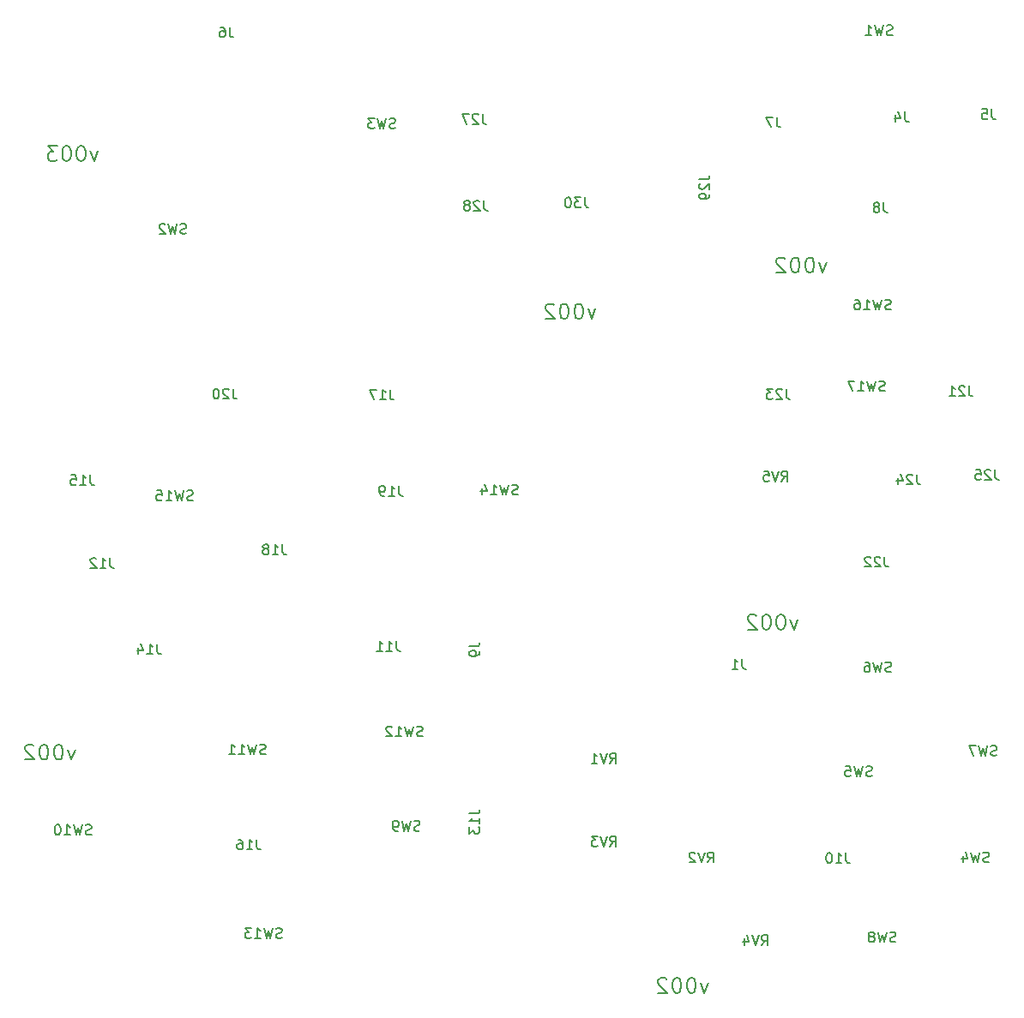
<source format=gbr>
G04 #@! TF.GenerationSoftware,KiCad,Pcbnew,8.0.7*
G04 #@! TF.CreationDate,2025-03-12T18:50:22+10:00*
G04 #@! TF.ProjectId,OH - Upper Mixed Small PCBs,4f48202d-2055-4707-9065-72204d697865,rev?*
G04 #@! TF.SameCoordinates,Original*
G04 #@! TF.FileFunction,Legend,Bot*
G04 #@! TF.FilePolarity,Positive*
%FSLAX46Y46*%
G04 Gerber Fmt 4.6, Leading zero omitted, Abs format (unit mm)*
G04 Created by KiCad (PCBNEW 8.0.7) date 2025-03-12 18:50:22*
%MOMM*%
%LPD*%
G01*
G04 APERTURE LIST*
%ADD10C,0.150000*%
G04 APERTURE END LIST*
D10*
X103896799Y-123028528D02*
X103539656Y-124028528D01*
X103539656Y-124028528D02*
X103182513Y-123028528D01*
X102325370Y-122528528D02*
X102182513Y-122528528D01*
X102182513Y-122528528D02*
X102039656Y-122599957D01*
X102039656Y-122599957D02*
X101968228Y-122671385D01*
X101968228Y-122671385D02*
X101896799Y-122814242D01*
X101896799Y-122814242D02*
X101825370Y-123099957D01*
X101825370Y-123099957D02*
X101825370Y-123457100D01*
X101825370Y-123457100D02*
X101896799Y-123742814D01*
X101896799Y-123742814D02*
X101968228Y-123885671D01*
X101968228Y-123885671D02*
X102039656Y-123957100D01*
X102039656Y-123957100D02*
X102182513Y-124028528D01*
X102182513Y-124028528D02*
X102325370Y-124028528D01*
X102325370Y-124028528D02*
X102468228Y-123957100D01*
X102468228Y-123957100D02*
X102539656Y-123885671D01*
X102539656Y-123885671D02*
X102611085Y-123742814D01*
X102611085Y-123742814D02*
X102682513Y-123457100D01*
X102682513Y-123457100D02*
X102682513Y-123099957D01*
X102682513Y-123099957D02*
X102611085Y-122814242D01*
X102611085Y-122814242D02*
X102539656Y-122671385D01*
X102539656Y-122671385D02*
X102468228Y-122599957D01*
X102468228Y-122599957D02*
X102325370Y-122528528D01*
X100896799Y-122528528D02*
X100753942Y-122528528D01*
X100753942Y-122528528D02*
X100611085Y-122599957D01*
X100611085Y-122599957D02*
X100539657Y-122671385D01*
X100539657Y-122671385D02*
X100468228Y-122814242D01*
X100468228Y-122814242D02*
X100396799Y-123099957D01*
X100396799Y-123099957D02*
X100396799Y-123457100D01*
X100396799Y-123457100D02*
X100468228Y-123742814D01*
X100468228Y-123742814D02*
X100539657Y-123885671D01*
X100539657Y-123885671D02*
X100611085Y-123957100D01*
X100611085Y-123957100D02*
X100753942Y-124028528D01*
X100753942Y-124028528D02*
X100896799Y-124028528D01*
X100896799Y-124028528D02*
X101039657Y-123957100D01*
X101039657Y-123957100D02*
X101111085Y-123885671D01*
X101111085Y-123885671D02*
X101182514Y-123742814D01*
X101182514Y-123742814D02*
X101253942Y-123457100D01*
X101253942Y-123457100D02*
X101253942Y-123099957D01*
X101253942Y-123099957D02*
X101182514Y-122814242D01*
X101182514Y-122814242D02*
X101111085Y-122671385D01*
X101111085Y-122671385D02*
X101039657Y-122599957D01*
X101039657Y-122599957D02*
X100896799Y-122528528D01*
X99825371Y-122671385D02*
X99753943Y-122599957D01*
X99753943Y-122599957D02*
X99611086Y-122528528D01*
X99611086Y-122528528D02*
X99253943Y-122528528D01*
X99253943Y-122528528D02*
X99111086Y-122599957D01*
X99111086Y-122599957D02*
X99039657Y-122671385D01*
X99039657Y-122671385D02*
X98968228Y-122814242D01*
X98968228Y-122814242D02*
X98968228Y-122957100D01*
X98968228Y-122957100D02*
X99039657Y-123171385D01*
X99039657Y-123171385D02*
X99896800Y-124028528D01*
X99896800Y-124028528D02*
X98968228Y-124028528D01*
X166380799Y-146091728D02*
X166023656Y-147091728D01*
X166023656Y-147091728D02*
X165666513Y-146091728D01*
X164809370Y-145591728D02*
X164666513Y-145591728D01*
X164666513Y-145591728D02*
X164523656Y-145663157D01*
X164523656Y-145663157D02*
X164452228Y-145734585D01*
X164452228Y-145734585D02*
X164380799Y-145877442D01*
X164380799Y-145877442D02*
X164309370Y-146163157D01*
X164309370Y-146163157D02*
X164309370Y-146520300D01*
X164309370Y-146520300D02*
X164380799Y-146806014D01*
X164380799Y-146806014D02*
X164452228Y-146948871D01*
X164452228Y-146948871D02*
X164523656Y-147020300D01*
X164523656Y-147020300D02*
X164666513Y-147091728D01*
X164666513Y-147091728D02*
X164809370Y-147091728D01*
X164809370Y-147091728D02*
X164952228Y-147020300D01*
X164952228Y-147020300D02*
X165023656Y-146948871D01*
X165023656Y-146948871D02*
X165095085Y-146806014D01*
X165095085Y-146806014D02*
X165166513Y-146520300D01*
X165166513Y-146520300D02*
X165166513Y-146163157D01*
X165166513Y-146163157D02*
X165095085Y-145877442D01*
X165095085Y-145877442D02*
X165023656Y-145734585D01*
X165023656Y-145734585D02*
X164952228Y-145663157D01*
X164952228Y-145663157D02*
X164809370Y-145591728D01*
X163380799Y-145591728D02*
X163237942Y-145591728D01*
X163237942Y-145591728D02*
X163095085Y-145663157D01*
X163095085Y-145663157D02*
X163023657Y-145734585D01*
X163023657Y-145734585D02*
X162952228Y-145877442D01*
X162952228Y-145877442D02*
X162880799Y-146163157D01*
X162880799Y-146163157D02*
X162880799Y-146520300D01*
X162880799Y-146520300D02*
X162952228Y-146806014D01*
X162952228Y-146806014D02*
X163023657Y-146948871D01*
X163023657Y-146948871D02*
X163095085Y-147020300D01*
X163095085Y-147020300D02*
X163237942Y-147091728D01*
X163237942Y-147091728D02*
X163380799Y-147091728D01*
X163380799Y-147091728D02*
X163523657Y-147020300D01*
X163523657Y-147020300D02*
X163595085Y-146948871D01*
X163595085Y-146948871D02*
X163666514Y-146806014D01*
X163666514Y-146806014D02*
X163737942Y-146520300D01*
X163737942Y-146520300D02*
X163737942Y-146163157D01*
X163737942Y-146163157D02*
X163666514Y-145877442D01*
X163666514Y-145877442D02*
X163595085Y-145734585D01*
X163595085Y-145734585D02*
X163523657Y-145663157D01*
X163523657Y-145663157D02*
X163380799Y-145591728D01*
X162309371Y-145734585D02*
X162237943Y-145663157D01*
X162237943Y-145663157D02*
X162095086Y-145591728D01*
X162095086Y-145591728D02*
X161737943Y-145591728D01*
X161737943Y-145591728D02*
X161595086Y-145663157D01*
X161595086Y-145663157D02*
X161523657Y-145734585D01*
X161523657Y-145734585D02*
X161452228Y-145877442D01*
X161452228Y-145877442D02*
X161452228Y-146020300D01*
X161452228Y-146020300D02*
X161523657Y-146234585D01*
X161523657Y-146234585D02*
X162380800Y-147091728D01*
X162380800Y-147091728D02*
X161452228Y-147091728D01*
X175219999Y-110176128D02*
X174862856Y-111176128D01*
X174862856Y-111176128D02*
X174505713Y-110176128D01*
X173648570Y-109676128D02*
X173505713Y-109676128D01*
X173505713Y-109676128D02*
X173362856Y-109747557D01*
X173362856Y-109747557D02*
X173291428Y-109818985D01*
X173291428Y-109818985D02*
X173219999Y-109961842D01*
X173219999Y-109961842D02*
X173148570Y-110247557D01*
X173148570Y-110247557D02*
X173148570Y-110604700D01*
X173148570Y-110604700D02*
X173219999Y-110890414D01*
X173219999Y-110890414D02*
X173291428Y-111033271D01*
X173291428Y-111033271D02*
X173362856Y-111104700D01*
X173362856Y-111104700D02*
X173505713Y-111176128D01*
X173505713Y-111176128D02*
X173648570Y-111176128D01*
X173648570Y-111176128D02*
X173791428Y-111104700D01*
X173791428Y-111104700D02*
X173862856Y-111033271D01*
X173862856Y-111033271D02*
X173934285Y-110890414D01*
X173934285Y-110890414D02*
X174005713Y-110604700D01*
X174005713Y-110604700D02*
X174005713Y-110247557D01*
X174005713Y-110247557D02*
X173934285Y-109961842D01*
X173934285Y-109961842D02*
X173862856Y-109818985D01*
X173862856Y-109818985D02*
X173791428Y-109747557D01*
X173791428Y-109747557D02*
X173648570Y-109676128D01*
X172219999Y-109676128D02*
X172077142Y-109676128D01*
X172077142Y-109676128D02*
X171934285Y-109747557D01*
X171934285Y-109747557D02*
X171862857Y-109818985D01*
X171862857Y-109818985D02*
X171791428Y-109961842D01*
X171791428Y-109961842D02*
X171719999Y-110247557D01*
X171719999Y-110247557D02*
X171719999Y-110604700D01*
X171719999Y-110604700D02*
X171791428Y-110890414D01*
X171791428Y-110890414D02*
X171862857Y-111033271D01*
X171862857Y-111033271D02*
X171934285Y-111104700D01*
X171934285Y-111104700D02*
X172077142Y-111176128D01*
X172077142Y-111176128D02*
X172219999Y-111176128D01*
X172219999Y-111176128D02*
X172362857Y-111104700D01*
X172362857Y-111104700D02*
X172434285Y-111033271D01*
X172434285Y-111033271D02*
X172505714Y-110890414D01*
X172505714Y-110890414D02*
X172577142Y-110604700D01*
X172577142Y-110604700D02*
X172577142Y-110247557D01*
X172577142Y-110247557D02*
X172505714Y-109961842D01*
X172505714Y-109961842D02*
X172434285Y-109818985D01*
X172434285Y-109818985D02*
X172362857Y-109747557D01*
X172362857Y-109747557D02*
X172219999Y-109676128D01*
X171148571Y-109818985D02*
X171077143Y-109747557D01*
X171077143Y-109747557D02*
X170934286Y-109676128D01*
X170934286Y-109676128D02*
X170577143Y-109676128D01*
X170577143Y-109676128D02*
X170434286Y-109747557D01*
X170434286Y-109747557D02*
X170362857Y-109818985D01*
X170362857Y-109818985D02*
X170291428Y-109961842D01*
X170291428Y-109961842D02*
X170291428Y-110104700D01*
X170291428Y-110104700D02*
X170362857Y-110318985D01*
X170362857Y-110318985D02*
X171220000Y-111176128D01*
X171220000Y-111176128D02*
X170291428Y-111176128D01*
X178064799Y-74920928D02*
X177707656Y-75920928D01*
X177707656Y-75920928D02*
X177350513Y-74920928D01*
X176493370Y-74420928D02*
X176350513Y-74420928D01*
X176350513Y-74420928D02*
X176207656Y-74492357D01*
X176207656Y-74492357D02*
X176136228Y-74563785D01*
X176136228Y-74563785D02*
X176064799Y-74706642D01*
X176064799Y-74706642D02*
X175993370Y-74992357D01*
X175993370Y-74992357D02*
X175993370Y-75349500D01*
X175993370Y-75349500D02*
X176064799Y-75635214D01*
X176064799Y-75635214D02*
X176136228Y-75778071D01*
X176136228Y-75778071D02*
X176207656Y-75849500D01*
X176207656Y-75849500D02*
X176350513Y-75920928D01*
X176350513Y-75920928D02*
X176493370Y-75920928D01*
X176493370Y-75920928D02*
X176636228Y-75849500D01*
X176636228Y-75849500D02*
X176707656Y-75778071D01*
X176707656Y-75778071D02*
X176779085Y-75635214D01*
X176779085Y-75635214D02*
X176850513Y-75349500D01*
X176850513Y-75349500D02*
X176850513Y-74992357D01*
X176850513Y-74992357D02*
X176779085Y-74706642D01*
X176779085Y-74706642D02*
X176707656Y-74563785D01*
X176707656Y-74563785D02*
X176636228Y-74492357D01*
X176636228Y-74492357D02*
X176493370Y-74420928D01*
X175064799Y-74420928D02*
X174921942Y-74420928D01*
X174921942Y-74420928D02*
X174779085Y-74492357D01*
X174779085Y-74492357D02*
X174707657Y-74563785D01*
X174707657Y-74563785D02*
X174636228Y-74706642D01*
X174636228Y-74706642D02*
X174564799Y-74992357D01*
X174564799Y-74992357D02*
X174564799Y-75349500D01*
X174564799Y-75349500D02*
X174636228Y-75635214D01*
X174636228Y-75635214D02*
X174707657Y-75778071D01*
X174707657Y-75778071D02*
X174779085Y-75849500D01*
X174779085Y-75849500D02*
X174921942Y-75920928D01*
X174921942Y-75920928D02*
X175064799Y-75920928D01*
X175064799Y-75920928D02*
X175207657Y-75849500D01*
X175207657Y-75849500D02*
X175279085Y-75778071D01*
X175279085Y-75778071D02*
X175350514Y-75635214D01*
X175350514Y-75635214D02*
X175421942Y-75349500D01*
X175421942Y-75349500D02*
X175421942Y-74992357D01*
X175421942Y-74992357D02*
X175350514Y-74706642D01*
X175350514Y-74706642D02*
X175279085Y-74563785D01*
X175279085Y-74563785D02*
X175207657Y-74492357D01*
X175207657Y-74492357D02*
X175064799Y-74420928D01*
X173993371Y-74563785D02*
X173921943Y-74492357D01*
X173921943Y-74492357D02*
X173779086Y-74420928D01*
X173779086Y-74420928D02*
X173421943Y-74420928D01*
X173421943Y-74420928D02*
X173279086Y-74492357D01*
X173279086Y-74492357D02*
X173207657Y-74563785D01*
X173207657Y-74563785D02*
X173136228Y-74706642D01*
X173136228Y-74706642D02*
X173136228Y-74849500D01*
X173136228Y-74849500D02*
X173207657Y-75063785D01*
X173207657Y-75063785D02*
X174064800Y-75920928D01*
X174064800Y-75920928D02*
X173136228Y-75920928D01*
X155255599Y-79492928D02*
X154898456Y-80492928D01*
X154898456Y-80492928D02*
X154541313Y-79492928D01*
X153684170Y-78992928D02*
X153541313Y-78992928D01*
X153541313Y-78992928D02*
X153398456Y-79064357D01*
X153398456Y-79064357D02*
X153327028Y-79135785D01*
X153327028Y-79135785D02*
X153255599Y-79278642D01*
X153255599Y-79278642D02*
X153184170Y-79564357D01*
X153184170Y-79564357D02*
X153184170Y-79921500D01*
X153184170Y-79921500D02*
X153255599Y-80207214D01*
X153255599Y-80207214D02*
X153327028Y-80350071D01*
X153327028Y-80350071D02*
X153398456Y-80421500D01*
X153398456Y-80421500D02*
X153541313Y-80492928D01*
X153541313Y-80492928D02*
X153684170Y-80492928D01*
X153684170Y-80492928D02*
X153827028Y-80421500D01*
X153827028Y-80421500D02*
X153898456Y-80350071D01*
X153898456Y-80350071D02*
X153969885Y-80207214D01*
X153969885Y-80207214D02*
X154041313Y-79921500D01*
X154041313Y-79921500D02*
X154041313Y-79564357D01*
X154041313Y-79564357D02*
X153969885Y-79278642D01*
X153969885Y-79278642D02*
X153898456Y-79135785D01*
X153898456Y-79135785D02*
X153827028Y-79064357D01*
X153827028Y-79064357D02*
X153684170Y-78992928D01*
X152255599Y-78992928D02*
X152112742Y-78992928D01*
X152112742Y-78992928D02*
X151969885Y-79064357D01*
X151969885Y-79064357D02*
X151898457Y-79135785D01*
X151898457Y-79135785D02*
X151827028Y-79278642D01*
X151827028Y-79278642D02*
X151755599Y-79564357D01*
X151755599Y-79564357D02*
X151755599Y-79921500D01*
X151755599Y-79921500D02*
X151827028Y-80207214D01*
X151827028Y-80207214D02*
X151898457Y-80350071D01*
X151898457Y-80350071D02*
X151969885Y-80421500D01*
X151969885Y-80421500D02*
X152112742Y-80492928D01*
X152112742Y-80492928D02*
X152255599Y-80492928D01*
X152255599Y-80492928D02*
X152398457Y-80421500D01*
X152398457Y-80421500D02*
X152469885Y-80350071D01*
X152469885Y-80350071D02*
X152541314Y-80207214D01*
X152541314Y-80207214D02*
X152612742Y-79921500D01*
X152612742Y-79921500D02*
X152612742Y-79564357D01*
X152612742Y-79564357D02*
X152541314Y-79278642D01*
X152541314Y-79278642D02*
X152469885Y-79135785D01*
X152469885Y-79135785D02*
X152398457Y-79064357D01*
X152398457Y-79064357D02*
X152255599Y-78992928D01*
X151184171Y-79135785D02*
X151112743Y-79064357D01*
X151112743Y-79064357D02*
X150969886Y-78992928D01*
X150969886Y-78992928D02*
X150612743Y-78992928D01*
X150612743Y-78992928D02*
X150469886Y-79064357D01*
X150469886Y-79064357D02*
X150398457Y-79135785D01*
X150398457Y-79135785D02*
X150327028Y-79278642D01*
X150327028Y-79278642D02*
X150327028Y-79421500D01*
X150327028Y-79421500D02*
X150398457Y-79635785D01*
X150398457Y-79635785D02*
X151255600Y-80492928D01*
X151255600Y-80492928D02*
X150327028Y-80492928D01*
X106131999Y-63897328D02*
X105774856Y-64897328D01*
X105774856Y-64897328D02*
X105417713Y-63897328D01*
X104560570Y-63397328D02*
X104417713Y-63397328D01*
X104417713Y-63397328D02*
X104274856Y-63468757D01*
X104274856Y-63468757D02*
X104203428Y-63540185D01*
X104203428Y-63540185D02*
X104131999Y-63683042D01*
X104131999Y-63683042D02*
X104060570Y-63968757D01*
X104060570Y-63968757D02*
X104060570Y-64325900D01*
X104060570Y-64325900D02*
X104131999Y-64611614D01*
X104131999Y-64611614D02*
X104203428Y-64754471D01*
X104203428Y-64754471D02*
X104274856Y-64825900D01*
X104274856Y-64825900D02*
X104417713Y-64897328D01*
X104417713Y-64897328D02*
X104560570Y-64897328D01*
X104560570Y-64897328D02*
X104703428Y-64825900D01*
X104703428Y-64825900D02*
X104774856Y-64754471D01*
X104774856Y-64754471D02*
X104846285Y-64611614D01*
X104846285Y-64611614D02*
X104917713Y-64325900D01*
X104917713Y-64325900D02*
X104917713Y-63968757D01*
X104917713Y-63968757D02*
X104846285Y-63683042D01*
X104846285Y-63683042D02*
X104774856Y-63540185D01*
X104774856Y-63540185D02*
X104703428Y-63468757D01*
X104703428Y-63468757D02*
X104560570Y-63397328D01*
X103131999Y-63397328D02*
X102989142Y-63397328D01*
X102989142Y-63397328D02*
X102846285Y-63468757D01*
X102846285Y-63468757D02*
X102774857Y-63540185D01*
X102774857Y-63540185D02*
X102703428Y-63683042D01*
X102703428Y-63683042D02*
X102631999Y-63968757D01*
X102631999Y-63968757D02*
X102631999Y-64325900D01*
X102631999Y-64325900D02*
X102703428Y-64611614D01*
X102703428Y-64611614D02*
X102774857Y-64754471D01*
X102774857Y-64754471D02*
X102846285Y-64825900D01*
X102846285Y-64825900D02*
X102989142Y-64897328D01*
X102989142Y-64897328D02*
X103131999Y-64897328D01*
X103131999Y-64897328D02*
X103274857Y-64825900D01*
X103274857Y-64825900D02*
X103346285Y-64754471D01*
X103346285Y-64754471D02*
X103417714Y-64611614D01*
X103417714Y-64611614D02*
X103489142Y-64325900D01*
X103489142Y-64325900D02*
X103489142Y-63968757D01*
X103489142Y-63968757D02*
X103417714Y-63683042D01*
X103417714Y-63683042D02*
X103346285Y-63540185D01*
X103346285Y-63540185D02*
X103274857Y-63468757D01*
X103274857Y-63468757D02*
X103131999Y-63397328D01*
X102132000Y-63397328D02*
X101203428Y-63397328D01*
X101203428Y-63397328D02*
X101703428Y-63968757D01*
X101703428Y-63968757D02*
X101489143Y-63968757D01*
X101489143Y-63968757D02*
X101346286Y-64040185D01*
X101346286Y-64040185D02*
X101274857Y-64111614D01*
X101274857Y-64111614D02*
X101203428Y-64254471D01*
X101203428Y-64254471D02*
X101203428Y-64611614D01*
X101203428Y-64611614D02*
X101274857Y-64754471D01*
X101274857Y-64754471D02*
X101346286Y-64825900D01*
X101346286Y-64825900D02*
X101489143Y-64897328D01*
X101489143Y-64897328D02*
X101917714Y-64897328D01*
X101917714Y-64897328D02*
X102060571Y-64825900D01*
X102060571Y-64825900D02*
X102132000Y-64754471D01*
X154225523Y-68479319D02*
X154225523Y-69193604D01*
X154225523Y-69193604D02*
X154273142Y-69336461D01*
X154273142Y-69336461D02*
X154368380Y-69431700D01*
X154368380Y-69431700D02*
X154511237Y-69479319D01*
X154511237Y-69479319D02*
X154606475Y-69479319D01*
X153844570Y-68479319D02*
X153225523Y-68479319D01*
X153225523Y-68479319D02*
X153558856Y-68860271D01*
X153558856Y-68860271D02*
X153415999Y-68860271D01*
X153415999Y-68860271D02*
X153320761Y-68907890D01*
X153320761Y-68907890D02*
X153273142Y-68955509D01*
X153273142Y-68955509D02*
X153225523Y-69050747D01*
X153225523Y-69050747D02*
X153225523Y-69288842D01*
X153225523Y-69288842D02*
X153273142Y-69384080D01*
X153273142Y-69384080D02*
X153320761Y-69431700D01*
X153320761Y-69431700D02*
X153415999Y-69479319D01*
X153415999Y-69479319D02*
X153701713Y-69479319D01*
X153701713Y-69479319D02*
X153796951Y-69431700D01*
X153796951Y-69431700D02*
X153844570Y-69384080D01*
X152606475Y-68479319D02*
X152511237Y-68479319D01*
X152511237Y-68479319D02*
X152415999Y-68526938D01*
X152415999Y-68526938D02*
X152368380Y-68574557D01*
X152368380Y-68574557D02*
X152320761Y-68669795D01*
X152320761Y-68669795D02*
X152273142Y-68860271D01*
X152273142Y-68860271D02*
X152273142Y-69098366D01*
X152273142Y-69098366D02*
X152320761Y-69288842D01*
X152320761Y-69288842D02*
X152368380Y-69384080D01*
X152368380Y-69384080D02*
X152415999Y-69431700D01*
X152415999Y-69431700D02*
X152511237Y-69479319D01*
X152511237Y-69479319D02*
X152606475Y-69479319D01*
X152606475Y-69479319D02*
X152701713Y-69431700D01*
X152701713Y-69431700D02*
X152749332Y-69384080D01*
X152749332Y-69384080D02*
X152796951Y-69288842D01*
X152796951Y-69288842D02*
X152844570Y-69098366D01*
X152844570Y-69098366D02*
X152844570Y-68860271D01*
X152844570Y-68860271D02*
X152796951Y-68669795D01*
X152796951Y-68669795D02*
X152749332Y-68574557D01*
X152749332Y-68574557D02*
X152701713Y-68526938D01*
X152701713Y-68526938D02*
X152606475Y-68479319D01*
X165530819Y-66690976D02*
X166245104Y-66690976D01*
X166245104Y-66690976D02*
X166387961Y-66643357D01*
X166387961Y-66643357D02*
X166483200Y-66548119D01*
X166483200Y-66548119D02*
X166530819Y-66405262D01*
X166530819Y-66405262D02*
X166530819Y-66310024D01*
X165626057Y-67119548D02*
X165578438Y-67167167D01*
X165578438Y-67167167D02*
X165530819Y-67262405D01*
X165530819Y-67262405D02*
X165530819Y-67500500D01*
X165530819Y-67500500D02*
X165578438Y-67595738D01*
X165578438Y-67595738D02*
X165626057Y-67643357D01*
X165626057Y-67643357D02*
X165721295Y-67690976D01*
X165721295Y-67690976D02*
X165816533Y-67690976D01*
X165816533Y-67690976D02*
X165959390Y-67643357D01*
X165959390Y-67643357D02*
X166530819Y-67071929D01*
X166530819Y-67071929D02*
X166530819Y-67690976D01*
X166530819Y-68167167D02*
X166530819Y-68357643D01*
X166530819Y-68357643D02*
X166483200Y-68452881D01*
X166483200Y-68452881D02*
X166435580Y-68500500D01*
X166435580Y-68500500D02*
X166292723Y-68595738D01*
X166292723Y-68595738D02*
X166102247Y-68643357D01*
X166102247Y-68643357D02*
X165721295Y-68643357D01*
X165721295Y-68643357D02*
X165626057Y-68595738D01*
X165626057Y-68595738D02*
X165578438Y-68548119D01*
X165578438Y-68548119D02*
X165530819Y-68452881D01*
X165530819Y-68452881D02*
X165530819Y-68262405D01*
X165530819Y-68262405D02*
X165578438Y-68167167D01*
X165578438Y-68167167D02*
X165626057Y-68119548D01*
X165626057Y-68119548D02*
X165721295Y-68071929D01*
X165721295Y-68071929D02*
X165959390Y-68071929D01*
X165959390Y-68071929D02*
X166054628Y-68119548D01*
X166054628Y-68119548D02*
X166102247Y-68167167D01*
X166102247Y-68167167D02*
X166149866Y-68262405D01*
X166149866Y-68262405D02*
X166149866Y-68452881D01*
X166149866Y-68452881D02*
X166102247Y-68548119D01*
X166102247Y-68548119D02*
X166054628Y-68595738D01*
X166054628Y-68595738D02*
X165959390Y-68643357D01*
X144255523Y-68796819D02*
X144255523Y-69511104D01*
X144255523Y-69511104D02*
X144303142Y-69653961D01*
X144303142Y-69653961D02*
X144398380Y-69749200D01*
X144398380Y-69749200D02*
X144541237Y-69796819D01*
X144541237Y-69796819D02*
X144636475Y-69796819D01*
X143826951Y-68892057D02*
X143779332Y-68844438D01*
X143779332Y-68844438D02*
X143684094Y-68796819D01*
X143684094Y-68796819D02*
X143445999Y-68796819D01*
X143445999Y-68796819D02*
X143350761Y-68844438D01*
X143350761Y-68844438D02*
X143303142Y-68892057D01*
X143303142Y-68892057D02*
X143255523Y-68987295D01*
X143255523Y-68987295D02*
X143255523Y-69082533D01*
X143255523Y-69082533D02*
X143303142Y-69225390D01*
X143303142Y-69225390D02*
X143874570Y-69796819D01*
X143874570Y-69796819D02*
X143255523Y-69796819D01*
X142684094Y-69225390D02*
X142779332Y-69177771D01*
X142779332Y-69177771D02*
X142826951Y-69130152D01*
X142826951Y-69130152D02*
X142874570Y-69034914D01*
X142874570Y-69034914D02*
X142874570Y-68987295D01*
X142874570Y-68987295D02*
X142826951Y-68892057D01*
X142826951Y-68892057D02*
X142779332Y-68844438D01*
X142779332Y-68844438D02*
X142684094Y-68796819D01*
X142684094Y-68796819D02*
X142493618Y-68796819D01*
X142493618Y-68796819D02*
X142398380Y-68844438D01*
X142398380Y-68844438D02*
X142350761Y-68892057D01*
X142350761Y-68892057D02*
X142303142Y-68987295D01*
X142303142Y-68987295D02*
X142303142Y-69034914D01*
X142303142Y-69034914D02*
X142350761Y-69130152D01*
X142350761Y-69130152D02*
X142398380Y-69177771D01*
X142398380Y-69177771D02*
X142493618Y-69225390D01*
X142493618Y-69225390D02*
X142684094Y-69225390D01*
X142684094Y-69225390D02*
X142779332Y-69273009D01*
X142779332Y-69273009D02*
X142826951Y-69320628D01*
X142826951Y-69320628D02*
X142874570Y-69415866D01*
X142874570Y-69415866D02*
X142874570Y-69606342D01*
X142874570Y-69606342D02*
X142826951Y-69701580D01*
X142826951Y-69701580D02*
X142779332Y-69749200D01*
X142779332Y-69749200D02*
X142684094Y-69796819D01*
X142684094Y-69796819D02*
X142493618Y-69796819D01*
X142493618Y-69796819D02*
X142398380Y-69749200D01*
X142398380Y-69749200D02*
X142350761Y-69701580D01*
X142350761Y-69701580D02*
X142303142Y-69606342D01*
X142303142Y-69606342D02*
X142303142Y-69415866D01*
X142303142Y-69415866D02*
X142350761Y-69320628D01*
X142350761Y-69320628D02*
X142398380Y-69273009D01*
X142398380Y-69273009D02*
X142493618Y-69225390D01*
X144129523Y-60224319D02*
X144129523Y-60938604D01*
X144129523Y-60938604D02*
X144177142Y-61081461D01*
X144177142Y-61081461D02*
X144272380Y-61176700D01*
X144272380Y-61176700D02*
X144415237Y-61224319D01*
X144415237Y-61224319D02*
X144510475Y-61224319D01*
X143700951Y-60319557D02*
X143653332Y-60271938D01*
X143653332Y-60271938D02*
X143558094Y-60224319D01*
X143558094Y-60224319D02*
X143319999Y-60224319D01*
X143319999Y-60224319D02*
X143224761Y-60271938D01*
X143224761Y-60271938D02*
X143177142Y-60319557D01*
X143177142Y-60319557D02*
X143129523Y-60414795D01*
X143129523Y-60414795D02*
X143129523Y-60510033D01*
X143129523Y-60510033D02*
X143177142Y-60652890D01*
X143177142Y-60652890D02*
X143748570Y-61224319D01*
X143748570Y-61224319D02*
X143129523Y-61224319D01*
X142796189Y-60224319D02*
X142129523Y-60224319D01*
X142129523Y-60224319D02*
X142558094Y-61224319D01*
X194713523Y-95390619D02*
X194713523Y-96104904D01*
X194713523Y-96104904D02*
X194761142Y-96247761D01*
X194761142Y-96247761D02*
X194856380Y-96343000D01*
X194856380Y-96343000D02*
X194999237Y-96390619D01*
X194999237Y-96390619D02*
X195094475Y-96390619D01*
X194284951Y-95485857D02*
X194237332Y-95438238D01*
X194237332Y-95438238D02*
X194142094Y-95390619D01*
X194142094Y-95390619D02*
X193903999Y-95390619D01*
X193903999Y-95390619D02*
X193808761Y-95438238D01*
X193808761Y-95438238D02*
X193761142Y-95485857D01*
X193761142Y-95485857D02*
X193713523Y-95581095D01*
X193713523Y-95581095D02*
X193713523Y-95676333D01*
X193713523Y-95676333D02*
X193761142Y-95819190D01*
X193761142Y-95819190D02*
X194332570Y-96390619D01*
X194332570Y-96390619D02*
X193713523Y-96390619D01*
X192808761Y-95390619D02*
X193284951Y-95390619D01*
X193284951Y-95390619D02*
X193332570Y-95866809D01*
X193332570Y-95866809D02*
X193284951Y-95819190D01*
X193284951Y-95819190D02*
X193189713Y-95771571D01*
X193189713Y-95771571D02*
X192951618Y-95771571D01*
X192951618Y-95771571D02*
X192856380Y-95819190D01*
X192856380Y-95819190D02*
X192808761Y-95866809D01*
X192808761Y-95866809D02*
X192761142Y-95962047D01*
X192761142Y-95962047D02*
X192761142Y-96200142D01*
X192761142Y-96200142D02*
X192808761Y-96295380D01*
X192808761Y-96295380D02*
X192856380Y-96343000D01*
X192856380Y-96343000D02*
X192951618Y-96390619D01*
X192951618Y-96390619D02*
X193189713Y-96390619D01*
X193189713Y-96390619D02*
X193284951Y-96343000D01*
X193284951Y-96343000D02*
X193332570Y-96295380D01*
X186991523Y-95847819D02*
X186991523Y-96562104D01*
X186991523Y-96562104D02*
X187039142Y-96704961D01*
X187039142Y-96704961D02*
X187134380Y-96800200D01*
X187134380Y-96800200D02*
X187277237Y-96847819D01*
X187277237Y-96847819D02*
X187372475Y-96847819D01*
X186562951Y-95943057D02*
X186515332Y-95895438D01*
X186515332Y-95895438D02*
X186420094Y-95847819D01*
X186420094Y-95847819D02*
X186181999Y-95847819D01*
X186181999Y-95847819D02*
X186086761Y-95895438D01*
X186086761Y-95895438D02*
X186039142Y-95943057D01*
X186039142Y-95943057D02*
X185991523Y-96038295D01*
X185991523Y-96038295D02*
X185991523Y-96133533D01*
X185991523Y-96133533D02*
X186039142Y-96276390D01*
X186039142Y-96276390D02*
X186610570Y-96847819D01*
X186610570Y-96847819D02*
X185991523Y-96847819D01*
X185134380Y-96181152D02*
X185134380Y-96847819D01*
X185372475Y-95800200D02*
X185610570Y-96514485D01*
X185610570Y-96514485D02*
X184991523Y-96514485D01*
X194389333Y-59759619D02*
X194389333Y-60473904D01*
X194389333Y-60473904D02*
X194436952Y-60616761D01*
X194436952Y-60616761D02*
X194532190Y-60712000D01*
X194532190Y-60712000D02*
X194675047Y-60759619D01*
X194675047Y-60759619D02*
X194770285Y-60759619D01*
X193436952Y-59759619D02*
X193913142Y-59759619D01*
X193913142Y-59759619D02*
X193960761Y-60235809D01*
X193960761Y-60235809D02*
X193913142Y-60188190D01*
X193913142Y-60188190D02*
X193817904Y-60140571D01*
X193817904Y-60140571D02*
X193579809Y-60140571D01*
X193579809Y-60140571D02*
X193484571Y-60188190D01*
X193484571Y-60188190D02*
X193436952Y-60235809D01*
X193436952Y-60235809D02*
X193389333Y-60331047D01*
X193389333Y-60331047D02*
X193389333Y-60569142D01*
X193389333Y-60569142D02*
X193436952Y-60664380D01*
X193436952Y-60664380D02*
X193484571Y-60712000D01*
X193484571Y-60712000D02*
X193579809Y-60759619D01*
X193579809Y-60759619D02*
X193817904Y-60759619D01*
X193817904Y-60759619D02*
X193913142Y-60712000D01*
X193913142Y-60712000D02*
X193960761Y-60664380D01*
X185817333Y-60026319D02*
X185817333Y-60740604D01*
X185817333Y-60740604D02*
X185864952Y-60883461D01*
X185864952Y-60883461D02*
X185960190Y-60978700D01*
X185960190Y-60978700D02*
X186103047Y-61026319D01*
X186103047Y-61026319D02*
X186198285Y-61026319D01*
X184912571Y-60359652D02*
X184912571Y-61026319D01*
X185150666Y-59978700D02*
X185388761Y-60692985D01*
X185388761Y-60692985D02*
X184769714Y-60692985D01*
X115538023Y-98387700D02*
X115395166Y-98435319D01*
X115395166Y-98435319D02*
X115157071Y-98435319D01*
X115157071Y-98435319D02*
X115061833Y-98387700D01*
X115061833Y-98387700D02*
X115014214Y-98340080D01*
X115014214Y-98340080D02*
X114966595Y-98244842D01*
X114966595Y-98244842D02*
X114966595Y-98149604D01*
X114966595Y-98149604D02*
X115014214Y-98054366D01*
X115014214Y-98054366D02*
X115061833Y-98006747D01*
X115061833Y-98006747D02*
X115157071Y-97959128D01*
X115157071Y-97959128D02*
X115347547Y-97911509D01*
X115347547Y-97911509D02*
X115442785Y-97863890D01*
X115442785Y-97863890D02*
X115490404Y-97816271D01*
X115490404Y-97816271D02*
X115538023Y-97721033D01*
X115538023Y-97721033D02*
X115538023Y-97625795D01*
X115538023Y-97625795D02*
X115490404Y-97530557D01*
X115490404Y-97530557D02*
X115442785Y-97482938D01*
X115442785Y-97482938D02*
X115347547Y-97435319D01*
X115347547Y-97435319D02*
X115109452Y-97435319D01*
X115109452Y-97435319D02*
X114966595Y-97482938D01*
X114633261Y-97435319D02*
X114395166Y-98435319D01*
X114395166Y-98435319D02*
X114204690Y-97721033D01*
X114204690Y-97721033D02*
X114014214Y-98435319D01*
X114014214Y-98435319D02*
X113776119Y-97435319D01*
X112871357Y-98435319D02*
X113442785Y-98435319D01*
X113157071Y-98435319D02*
X113157071Y-97435319D01*
X113157071Y-97435319D02*
X113252309Y-97578176D01*
X113252309Y-97578176D02*
X113347547Y-97673414D01*
X113347547Y-97673414D02*
X113442785Y-97721033D01*
X111966595Y-97435319D02*
X112442785Y-97435319D01*
X112442785Y-97435319D02*
X112490404Y-97911509D01*
X112490404Y-97911509D02*
X112442785Y-97863890D01*
X112442785Y-97863890D02*
X112347547Y-97816271D01*
X112347547Y-97816271D02*
X112109452Y-97816271D01*
X112109452Y-97816271D02*
X112014214Y-97863890D01*
X112014214Y-97863890D02*
X111966595Y-97911509D01*
X111966595Y-97911509D02*
X111918976Y-98006747D01*
X111918976Y-98006747D02*
X111918976Y-98244842D01*
X111918976Y-98244842D02*
X111966595Y-98340080D01*
X111966595Y-98340080D02*
X112014214Y-98387700D01*
X112014214Y-98387700D02*
X112109452Y-98435319D01*
X112109452Y-98435319D02*
X112347547Y-98435319D01*
X112347547Y-98435319D02*
X112442785Y-98387700D01*
X112442785Y-98387700D02*
X112490404Y-98340080D01*
X147605523Y-97816200D02*
X147462666Y-97863819D01*
X147462666Y-97863819D02*
X147224571Y-97863819D01*
X147224571Y-97863819D02*
X147129333Y-97816200D01*
X147129333Y-97816200D02*
X147081714Y-97768580D01*
X147081714Y-97768580D02*
X147034095Y-97673342D01*
X147034095Y-97673342D02*
X147034095Y-97578104D01*
X147034095Y-97578104D02*
X147081714Y-97482866D01*
X147081714Y-97482866D02*
X147129333Y-97435247D01*
X147129333Y-97435247D02*
X147224571Y-97387628D01*
X147224571Y-97387628D02*
X147415047Y-97340009D01*
X147415047Y-97340009D02*
X147510285Y-97292390D01*
X147510285Y-97292390D02*
X147557904Y-97244771D01*
X147557904Y-97244771D02*
X147605523Y-97149533D01*
X147605523Y-97149533D02*
X147605523Y-97054295D01*
X147605523Y-97054295D02*
X147557904Y-96959057D01*
X147557904Y-96959057D02*
X147510285Y-96911438D01*
X147510285Y-96911438D02*
X147415047Y-96863819D01*
X147415047Y-96863819D02*
X147176952Y-96863819D01*
X147176952Y-96863819D02*
X147034095Y-96911438D01*
X146700761Y-96863819D02*
X146462666Y-97863819D01*
X146462666Y-97863819D02*
X146272190Y-97149533D01*
X146272190Y-97149533D02*
X146081714Y-97863819D01*
X146081714Y-97863819D02*
X145843619Y-96863819D01*
X144938857Y-97863819D02*
X145510285Y-97863819D01*
X145224571Y-97863819D02*
X145224571Y-96863819D01*
X145224571Y-96863819D02*
X145319809Y-97006676D01*
X145319809Y-97006676D02*
X145415047Y-97101914D01*
X145415047Y-97101914D02*
X145510285Y-97149533D01*
X144081714Y-97197152D02*
X144081714Y-97863819D01*
X144319809Y-96816200D02*
X144557904Y-97530485D01*
X144557904Y-97530485D02*
X143938857Y-97530485D01*
X119491523Y-87378319D02*
X119491523Y-88092604D01*
X119491523Y-88092604D02*
X119539142Y-88235461D01*
X119539142Y-88235461D02*
X119634380Y-88330700D01*
X119634380Y-88330700D02*
X119777237Y-88378319D01*
X119777237Y-88378319D02*
X119872475Y-88378319D01*
X119062951Y-87473557D02*
X119015332Y-87425938D01*
X119015332Y-87425938D02*
X118920094Y-87378319D01*
X118920094Y-87378319D02*
X118681999Y-87378319D01*
X118681999Y-87378319D02*
X118586761Y-87425938D01*
X118586761Y-87425938D02*
X118539142Y-87473557D01*
X118539142Y-87473557D02*
X118491523Y-87568795D01*
X118491523Y-87568795D02*
X118491523Y-87664033D01*
X118491523Y-87664033D02*
X118539142Y-87806890D01*
X118539142Y-87806890D02*
X119110570Y-88378319D01*
X119110570Y-88378319D02*
X118491523Y-88378319D01*
X117872475Y-87378319D02*
X117777237Y-87378319D01*
X117777237Y-87378319D02*
X117681999Y-87425938D01*
X117681999Y-87425938D02*
X117634380Y-87473557D01*
X117634380Y-87473557D02*
X117586761Y-87568795D01*
X117586761Y-87568795D02*
X117539142Y-87759271D01*
X117539142Y-87759271D02*
X117539142Y-87997366D01*
X117539142Y-87997366D02*
X117586761Y-88187842D01*
X117586761Y-88187842D02*
X117634380Y-88283080D01*
X117634380Y-88283080D02*
X117681999Y-88330700D01*
X117681999Y-88330700D02*
X117777237Y-88378319D01*
X117777237Y-88378319D02*
X117872475Y-88378319D01*
X117872475Y-88378319D02*
X117967713Y-88330700D01*
X117967713Y-88330700D02*
X118015332Y-88283080D01*
X118015332Y-88283080D02*
X118062951Y-88187842D01*
X118062951Y-88187842D02*
X118110570Y-87997366D01*
X118110570Y-87997366D02*
X118110570Y-87759271D01*
X118110570Y-87759271D02*
X118062951Y-87568795D01*
X118062951Y-87568795D02*
X118015332Y-87473557D01*
X118015332Y-87473557D02*
X117967713Y-87425938D01*
X117967713Y-87425938D02*
X117872475Y-87378319D01*
X135873523Y-96990819D02*
X135873523Y-97705104D01*
X135873523Y-97705104D02*
X135921142Y-97847961D01*
X135921142Y-97847961D02*
X136016380Y-97943200D01*
X136016380Y-97943200D02*
X136159237Y-97990819D01*
X136159237Y-97990819D02*
X136254475Y-97990819D01*
X134873523Y-97990819D02*
X135444951Y-97990819D01*
X135159237Y-97990819D02*
X135159237Y-96990819D01*
X135159237Y-96990819D02*
X135254475Y-97133676D01*
X135254475Y-97133676D02*
X135349713Y-97228914D01*
X135349713Y-97228914D02*
X135444951Y-97276533D01*
X134397332Y-97990819D02*
X134206856Y-97990819D01*
X134206856Y-97990819D02*
X134111618Y-97943200D01*
X134111618Y-97943200D02*
X134063999Y-97895580D01*
X134063999Y-97895580D02*
X133968761Y-97752723D01*
X133968761Y-97752723D02*
X133921142Y-97562247D01*
X133921142Y-97562247D02*
X133921142Y-97181295D01*
X133921142Y-97181295D02*
X133968761Y-97086057D01*
X133968761Y-97086057D02*
X134016380Y-97038438D01*
X134016380Y-97038438D02*
X134111618Y-96990819D01*
X134111618Y-96990819D02*
X134302094Y-96990819D01*
X134302094Y-96990819D02*
X134397332Y-97038438D01*
X134397332Y-97038438D02*
X134444951Y-97086057D01*
X134444951Y-97086057D02*
X134492570Y-97181295D01*
X134492570Y-97181295D02*
X134492570Y-97419390D01*
X134492570Y-97419390D02*
X134444951Y-97514628D01*
X134444951Y-97514628D02*
X134397332Y-97562247D01*
X134397332Y-97562247D02*
X134302094Y-97609866D01*
X134302094Y-97609866D02*
X134111618Y-97609866D01*
X134111618Y-97609866D02*
X134016380Y-97562247D01*
X134016380Y-97562247D02*
X133968761Y-97514628D01*
X133968761Y-97514628D02*
X133921142Y-97419390D01*
X124381023Y-102769319D02*
X124381023Y-103483604D01*
X124381023Y-103483604D02*
X124428642Y-103626461D01*
X124428642Y-103626461D02*
X124523880Y-103721700D01*
X124523880Y-103721700D02*
X124666737Y-103769319D01*
X124666737Y-103769319D02*
X124761975Y-103769319D01*
X123381023Y-103769319D02*
X123952451Y-103769319D01*
X123666737Y-103769319D02*
X123666737Y-102769319D01*
X123666737Y-102769319D02*
X123761975Y-102912176D01*
X123761975Y-102912176D02*
X123857213Y-103007414D01*
X123857213Y-103007414D02*
X123952451Y-103055033D01*
X122809594Y-103197890D02*
X122904832Y-103150271D01*
X122904832Y-103150271D02*
X122952451Y-103102652D01*
X122952451Y-103102652D02*
X123000070Y-103007414D01*
X123000070Y-103007414D02*
X123000070Y-102959795D01*
X123000070Y-102959795D02*
X122952451Y-102864557D01*
X122952451Y-102864557D02*
X122904832Y-102816938D01*
X122904832Y-102816938D02*
X122809594Y-102769319D01*
X122809594Y-102769319D02*
X122619118Y-102769319D01*
X122619118Y-102769319D02*
X122523880Y-102816938D01*
X122523880Y-102816938D02*
X122476261Y-102864557D01*
X122476261Y-102864557D02*
X122428642Y-102959795D01*
X122428642Y-102959795D02*
X122428642Y-103007414D01*
X122428642Y-103007414D02*
X122476261Y-103102652D01*
X122476261Y-103102652D02*
X122523880Y-103150271D01*
X122523880Y-103150271D02*
X122619118Y-103197890D01*
X122619118Y-103197890D02*
X122809594Y-103197890D01*
X122809594Y-103197890D02*
X122904832Y-103245509D01*
X122904832Y-103245509D02*
X122952451Y-103293128D01*
X122952451Y-103293128D02*
X123000070Y-103388366D01*
X123000070Y-103388366D02*
X123000070Y-103578842D01*
X123000070Y-103578842D02*
X122952451Y-103674080D01*
X122952451Y-103674080D02*
X122904832Y-103721700D01*
X122904832Y-103721700D02*
X122809594Y-103769319D01*
X122809594Y-103769319D02*
X122619118Y-103769319D01*
X122619118Y-103769319D02*
X122523880Y-103721700D01*
X122523880Y-103721700D02*
X122476261Y-103674080D01*
X122476261Y-103674080D02*
X122428642Y-103578842D01*
X122428642Y-103578842D02*
X122428642Y-103388366D01*
X122428642Y-103388366D02*
X122476261Y-103293128D01*
X122476261Y-103293128D02*
X122523880Y-103245509D01*
X122523880Y-103245509D02*
X122619118Y-103197890D01*
X134985523Y-87465819D02*
X134985523Y-88180104D01*
X134985523Y-88180104D02*
X135033142Y-88322961D01*
X135033142Y-88322961D02*
X135128380Y-88418200D01*
X135128380Y-88418200D02*
X135271237Y-88465819D01*
X135271237Y-88465819D02*
X135366475Y-88465819D01*
X133985523Y-88465819D02*
X134556951Y-88465819D01*
X134271237Y-88465819D02*
X134271237Y-87465819D01*
X134271237Y-87465819D02*
X134366475Y-87608676D01*
X134366475Y-87608676D02*
X134461713Y-87703914D01*
X134461713Y-87703914D02*
X134556951Y-87751533D01*
X133652189Y-87465819D02*
X132985523Y-87465819D01*
X132985523Y-87465819D02*
X133414094Y-88465819D01*
X105394023Y-95911319D02*
X105394023Y-96625604D01*
X105394023Y-96625604D02*
X105441642Y-96768461D01*
X105441642Y-96768461D02*
X105536880Y-96863700D01*
X105536880Y-96863700D02*
X105679737Y-96911319D01*
X105679737Y-96911319D02*
X105774975Y-96911319D01*
X104394023Y-96911319D02*
X104965451Y-96911319D01*
X104679737Y-96911319D02*
X104679737Y-95911319D01*
X104679737Y-95911319D02*
X104774975Y-96054176D01*
X104774975Y-96054176D02*
X104870213Y-96149414D01*
X104870213Y-96149414D02*
X104965451Y-96197033D01*
X103489261Y-95911319D02*
X103965451Y-95911319D01*
X103965451Y-95911319D02*
X104013070Y-96387509D01*
X104013070Y-96387509D02*
X103965451Y-96339890D01*
X103965451Y-96339890D02*
X103870213Y-96292271D01*
X103870213Y-96292271D02*
X103632118Y-96292271D01*
X103632118Y-96292271D02*
X103536880Y-96339890D01*
X103536880Y-96339890D02*
X103489261Y-96387509D01*
X103489261Y-96387509D02*
X103441642Y-96482747D01*
X103441642Y-96482747D02*
X103441642Y-96720842D01*
X103441642Y-96720842D02*
X103489261Y-96816080D01*
X103489261Y-96816080D02*
X103536880Y-96863700D01*
X103536880Y-96863700D02*
X103632118Y-96911319D01*
X103632118Y-96911319D02*
X103870213Y-96911319D01*
X103870213Y-96911319D02*
X103965451Y-96863700D01*
X103965451Y-96863700D02*
X104013070Y-96816080D01*
X183851523Y-87580000D02*
X183708666Y-87627619D01*
X183708666Y-87627619D02*
X183470571Y-87627619D01*
X183470571Y-87627619D02*
X183375333Y-87580000D01*
X183375333Y-87580000D02*
X183327714Y-87532380D01*
X183327714Y-87532380D02*
X183280095Y-87437142D01*
X183280095Y-87437142D02*
X183280095Y-87341904D01*
X183280095Y-87341904D02*
X183327714Y-87246666D01*
X183327714Y-87246666D02*
X183375333Y-87199047D01*
X183375333Y-87199047D02*
X183470571Y-87151428D01*
X183470571Y-87151428D02*
X183661047Y-87103809D01*
X183661047Y-87103809D02*
X183756285Y-87056190D01*
X183756285Y-87056190D02*
X183803904Y-87008571D01*
X183803904Y-87008571D02*
X183851523Y-86913333D01*
X183851523Y-86913333D02*
X183851523Y-86818095D01*
X183851523Y-86818095D02*
X183803904Y-86722857D01*
X183803904Y-86722857D02*
X183756285Y-86675238D01*
X183756285Y-86675238D02*
X183661047Y-86627619D01*
X183661047Y-86627619D02*
X183422952Y-86627619D01*
X183422952Y-86627619D02*
X183280095Y-86675238D01*
X182946761Y-86627619D02*
X182708666Y-87627619D01*
X182708666Y-87627619D02*
X182518190Y-86913333D01*
X182518190Y-86913333D02*
X182327714Y-87627619D01*
X182327714Y-87627619D02*
X182089619Y-86627619D01*
X181184857Y-87627619D02*
X181756285Y-87627619D01*
X181470571Y-87627619D02*
X181470571Y-86627619D01*
X181470571Y-86627619D02*
X181565809Y-86770476D01*
X181565809Y-86770476D02*
X181661047Y-86865714D01*
X181661047Y-86865714D02*
X181756285Y-86913333D01*
X180851523Y-86627619D02*
X180184857Y-86627619D01*
X180184857Y-86627619D02*
X180613428Y-87627619D01*
X184435523Y-79528200D02*
X184292666Y-79575819D01*
X184292666Y-79575819D02*
X184054571Y-79575819D01*
X184054571Y-79575819D02*
X183959333Y-79528200D01*
X183959333Y-79528200D02*
X183911714Y-79480580D01*
X183911714Y-79480580D02*
X183864095Y-79385342D01*
X183864095Y-79385342D02*
X183864095Y-79290104D01*
X183864095Y-79290104D02*
X183911714Y-79194866D01*
X183911714Y-79194866D02*
X183959333Y-79147247D01*
X183959333Y-79147247D02*
X184054571Y-79099628D01*
X184054571Y-79099628D02*
X184245047Y-79052009D01*
X184245047Y-79052009D02*
X184340285Y-79004390D01*
X184340285Y-79004390D02*
X184387904Y-78956771D01*
X184387904Y-78956771D02*
X184435523Y-78861533D01*
X184435523Y-78861533D02*
X184435523Y-78766295D01*
X184435523Y-78766295D02*
X184387904Y-78671057D01*
X184387904Y-78671057D02*
X184340285Y-78623438D01*
X184340285Y-78623438D02*
X184245047Y-78575819D01*
X184245047Y-78575819D02*
X184006952Y-78575819D01*
X184006952Y-78575819D02*
X183864095Y-78623438D01*
X183530761Y-78575819D02*
X183292666Y-79575819D01*
X183292666Y-79575819D02*
X183102190Y-78861533D01*
X183102190Y-78861533D02*
X182911714Y-79575819D01*
X182911714Y-79575819D02*
X182673619Y-78575819D01*
X181768857Y-79575819D02*
X182340285Y-79575819D01*
X182054571Y-79575819D02*
X182054571Y-78575819D01*
X182054571Y-78575819D02*
X182149809Y-78718676D01*
X182149809Y-78718676D02*
X182245047Y-78813914D01*
X182245047Y-78813914D02*
X182340285Y-78861533D01*
X180911714Y-78575819D02*
X181102190Y-78575819D01*
X181102190Y-78575819D02*
X181197428Y-78623438D01*
X181197428Y-78623438D02*
X181245047Y-78671057D01*
X181245047Y-78671057D02*
X181340285Y-78813914D01*
X181340285Y-78813914D02*
X181387904Y-79004390D01*
X181387904Y-79004390D02*
X181387904Y-79385342D01*
X181387904Y-79385342D02*
X181340285Y-79480580D01*
X181340285Y-79480580D02*
X181292666Y-79528200D01*
X181292666Y-79528200D02*
X181197428Y-79575819D01*
X181197428Y-79575819D02*
X181006952Y-79575819D01*
X181006952Y-79575819D02*
X180911714Y-79528200D01*
X180911714Y-79528200D02*
X180864095Y-79480580D01*
X180864095Y-79480580D02*
X180816476Y-79385342D01*
X180816476Y-79385342D02*
X180816476Y-79147247D01*
X180816476Y-79147247D02*
X180864095Y-79052009D01*
X180864095Y-79052009D02*
X180911714Y-79004390D01*
X180911714Y-79004390D02*
X181006952Y-78956771D01*
X181006952Y-78956771D02*
X181197428Y-78956771D01*
X181197428Y-78956771D02*
X181292666Y-79004390D01*
X181292666Y-79004390D02*
X181340285Y-79052009D01*
X181340285Y-79052009D02*
X181387904Y-79147247D01*
X124301523Y-141631200D02*
X124158666Y-141678819D01*
X124158666Y-141678819D02*
X123920571Y-141678819D01*
X123920571Y-141678819D02*
X123825333Y-141631200D01*
X123825333Y-141631200D02*
X123777714Y-141583580D01*
X123777714Y-141583580D02*
X123730095Y-141488342D01*
X123730095Y-141488342D02*
X123730095Y-141393104D01*
X123730095Y-141393104D02*
X123777714Y-141297866D01*
X123777714Y-141297866D02*
X123825333Y-141250247D01*
X123825333Y-141250247D02*
X123920571Y-141202628D01*
X123920571Y-141202628D02*
X124111047Y-141155009D01*
X124111047Y-141155009D02*
X124206285Y-141107390D01*
X124206285Y-141107390D02*
X124253904Y-141059771D01*
X124253904Y-141059771D02*
X124301523Y-140964533D01*
X124301523Y-140964533D02*
X124301523Y-140869295D01*
X124301523Y-140869295D02*
X124253904Y-140774057D01*
X124253904Y-140774057D02*
X124206285Y-140726438D01*
X124206285Y-140726438D02*
X124111047Y-140678819D01*
X124111047Y-140678819D02*
X123872952Y-140678819D01*
X123872952Y-140678819D02*
X123730095Y-140726438D01*
X123396761Y-140678819D02*
X123158666Y-141678819D01*
X123158666Y-141678819D02*
X122968190Y-140964533D01*
X122968190Y-140964533D02*
X122777714Y-141678819D01*
X122777714Y-141678819D02*
X122539619Y-140678819D01*
X121634857Y-141678819D02*
X122206285Y-141678819D01*
X121920571Y-141678819D02*
X121920571Y-140678819D01*
X121920571Y-140678819D02*
X122015809Y-140821676D01*
X122015809Y-140821676D02*
X122111047Y-140916914D01*
X122111047Y-140916914D02*
X122206285Y-140964533D01*
X121301523Y-140678819D02*
X120682476Y-140678819D01*
X120682476Y-140678819D02*
X121015809Y-141059771D01*
X121015809Y-141059771D02*
X120872952Y-141059771D01*
X120872952Y-141059771D02*
X120777714Y-141107390D01*
X120777714Y-141107390D02*
X120730095Y-141155009D01*
X120730095Y-141155009D02*
X120682476Y-141250247D01*
X120682476Y-141250247D02*
X120682476Y-141488342D01*
X120682476Y-141488342D02*
X120730095Y-141583580D01*
X120730095Y-141583580D02*
X120777714Y-141631200D01*
X120777714Y-141631200D02*
X120872952Y-141678819D01*
X120872952Y-141678819D02*
X121158666Y-141678819D01*
X121158666Y-141678819D02*
X121253904Y-141631200D01*
X121253904Y-141631200D02*
X121301523Y-141583580D01*
X138207523Y-121692200D02*
X138064666Y-121739819D01*
X138064666Y-121739819D02*
X137826571Y-121739819D01*
X137826571Y-121739819D02*
X137731333Y-121692200D01*
X137731333Y-121692200D02*
X137683714Y-121644580D01*
X137683714Y-121644580D02*
X137636095Y-121549342D01*
X137636095Y-121549342D02*
X137636095Y-121454104D01*
X137636095Y-121454104D02*
X137683714Y-121358866D01*
X137683714Y-121358866D02*
X137731333Y-121311247D01*
X137731333Y-121311247D02*
X137826571Y-121263628D01*
X137826571Y-121263628D02*
X138017047Y-121216009D01*
X138017047Y-121216009D02*
X138112285Y-121168390D01*
X138112285Y-121168390D02*
X138159904Y-121120771D01*
X138159904Y-121120771D02*
X138207523Y-121025533D01*
X138207523Y-121025533D02*
X138207523Y-120930295D01*
X138207523Y-120930295D02*
X138159904Y-120835057D01*
X138159904Y-120835057D02*
X138112285Y-120787438D01*
X138112285Y-120787438D02*
X138017047Y-120739819D01*
X138017047Y-120739819D02*
X137778952Y-120739819D01*
X137778952Y-120739819D02*
X137636095Y-120787438D01*
X137302761Y-120739819D02*
X137064666Y-121739819D01*
X137064666Y-121739819D02*
X136874190Y-121025533D01*
X136874190Y-121025533D02*
X136683714Y-121739819D01*
X136683714Y-121739819D02*
X136445619Y-120739819D01*
X135540857Y-121739819D02*
X136112285Y-121739819D01*
X135826571Y-121739819D02*
X135826571Y-120739819D01*
X135826571Y-120739819D02*
X135921809Y-120882676D01*
X135921809Y-120882676D02*
X136017047Y-120977914D01*
X136017047Y-120977914D02*
X136112285Y-121025533D01*
X135159904Y-120835057D02*
X135112285Y-120787438D01*
X135112285Y-120787438D02*
X135017047Y-120739819D01*
X135017047Y-120739819D02*
X134778952Y-120739819D01*
X134778952Y-120739819D02*
X134683714Y-120787438D01*
X134683714Y-120787438D02*
X134636095Y-120835057D01*
X134636095Y-120835057D02*
X134588476Y-120930295D01*
X134588476Y-120930295D02*
X134588476Y-121025533D01*
X134588476Y-121025533D02*
X134636095Y-121168390D01*
X134636095Y-121168390D02*
X135207523Y-121739819D01*
X135207523Y-121739819D02*
X134588476Y-121739819D01*
X122713523Y-123470200D02*
X122570666Y-123517819D01*
X122570666Y-123517819D02*
X122332571Y-123517819D01*
X122332571Y-123517819D02*
X122237333Y-123470200D01*
X122237333Y-123470200D02*
X122189714Y-123422580D01*
X122189714Y-123422580D02*
X122142095Y-123327342D01*
X122142095Y-123327342D02*
X122142095Y-123232104D01*
X122142095Y-123232104D02*
X122189714Y-123136866D01*
X122189714Y-123136866D02*
X122237333Y-123089247D01*
X122237333Y-123089247D02*
X122332571Y-123041628D01*
X122332571Y-123041628D02*
X122523047Y-122994009D01*
X122523047Y-122994009D02*
X122618285Y-122946390D01*
X122618285Y-122946390D02*
X122665904Y-122898771D01*
X122665904Y-122898771D02*
X122713523Y-122803533D01*
X122713523Y-122803533D02*
X122713523Y-122708295D01*
X122713523Y-122708295D02*
X122665904Y-122613057D01*
X122665904Y-122613057D02*
X122618285Y-122565438D01*
X122618285Y-122565438D02*
X122523047Y-122517819D01*
X122523047Y-122517819D02*
X122284952Y-122517819D01*
X122284952Y-122517819D02*
X122142095Y-122565438D01*
X121808761Y-122517819D02*
X121570666Y-123517819D01*
X121570666Y-123517819D02*
X121380190Y-122803533D01*
X121380190Y-122803533D02*
X121189714Y-123517819D01*
X121189714Y-123517819D02*
X120951619Y-122517819D01*
X120046857Y-123517819D02*
X120618285Y-123517819D01*
X120332571Y-123517819D02*
X120332571Y-122517819D01*
X120332571Y-122517819D02*
X120427809Y-122660676D01*
X120427809Y-122660676D02*
X120523047Y-122755914D01*
X120523047Y-122755914D02*
X120618285Y-122803533D01*
X119094476Y-123517819D02*
X119665904Y-123517819D01*
X119380190Y-123517819D02*
X119380190Y-122517819D01*
X119380190Y-122517819D02*
X119475428Y-122660676D01*
X119475428Y-122660676D02*
X119570666Y-122755914D01*
X119570666Y-122755914D02*
X119665904Y-122803533D01*
X105505523Y-131408200D02*
X105362666Y-131455819D01*
X105362666Y-131455819D02*
X105124571Y-131455819D01*
X105124571Y-131455819D02*
X105029333Y-131408200D01*
X105029333Y-131408200D02*
X104981714Y-131360580D01*
X104981714Y-131360580D02*
X104934095Y-131265342D01*
X104934095Y-131265342D02*
X104934095Y-131170104D01*
X104934095Y-131170104D02*
X104981714Y-131074866D01*
X104981714Y-131074866D02*
X105029333Y-131027247D01*
X105029333Y-131027247D02*
X105124571Y-130979628D01*
X105124571Y-130979628D02*
X105315047Y-130932009D01*
X105315047Y-130932009D02*
X105410285Y-130884390D01*
X105410285Y-130884390D02*
X105457904Y-130836771D01*
X105457904Y-130836771D02*
X105505523Y-130741533D01*
X105505523Y-130741533D02*
X105505523Y-130646295D01*
X105505523Y-130646295D02*
X105457904Y-130551057D01*
X105457904Y-130551057D02*
X105410285Y-130503438D01*
X105410285Y-130503438D02*
X105315047Y-130455819D01*
X105315047Y-130455819D02*
X105076952Y-130455819D01*
X105076952Y-130455819D02*
X104934095Y-130503438D01*
X104600761Y-130455819D02*
X104362666Y-131455819D01*
X104362666Y-131455819D02*
X104172190Y-130741533D01*
X104172190Y-130741533D02*
X103981714Y-131455819D01*
X103981714Y-131455819D02*
X103743619Y-130455819D01*
X102838857Y-131455819D02*
X103410285Y-131455819D01*
X103124571Y-131455819D02*
X103124571Y-130455819D01*
X103124571Y-130455819D02*
X103219809Y-130598676D01*
X103219809Y-130598676D02*
X103315047Y-130693914D01*
X103315047Y-130693914D02*
X103410285Y-130741533D01*
X102219809Y-130455819D02*
X102124571Y-130455819D01*
X102124571Y-130455819D02*
X102029333Y-130503438D01*
X102029333Y-130503438D02*
X101981714Y-130551057D01*
X101981714Y-130551057D02*
X101934095Y-130646295D01*
X101934095Y-130646295D02*
X101886476Y-130836771D01*
X101886476Y-130836771D02*
X101886476Y-131074866D01*
X101886476Y-131074866D02*
X101934095Y-131265342D01*
X101934095Y-131265342D02*
X101981714Y-131360580D01*
X101981714Y-131360580D02*
X102029333Y-131408200D01*
X102029333Y-131408200D02*
X102124571Y-131455819D01*
X102124571Y-131455819D02*
X102219809Y-131455819D01*
X102219809Y-131455819D02*
X102315047Y-131408200D01*
X102315047Y-131408200D02*
X102362666Y-131360580D01*
X102362666Y-131360580D02*
X102410285Y-131265342D01*
X102410285Y-131265342D02*
X102457904Y-131074866D01*
X102457904Y-131074866D02*
X102457904Y-130836771D01*
X102457904Y-130836771D02*
X102410285Y-130646295D01*
X102410285Y-130646295D02*
X102362666Y-130551057D01*
X102362666Y-130551057D02*
X102315047Y-130503438D01*
X102315047Y-130503438D02*
X102219809Y-130455819D01*
X137921332Y-131027200D02*
X137778475Y-131074819D01*
X137778475Y-131074819D02*
X137540380Y-131074819D01*
X137540380Y-131074819D02*
X137445142Y-131027200D01*
X137445142Y-131027200D02*
X137397523Y-130979580D01*
X137397523Y-130979580D02*
X137349904Y-130884342D01*
X137349904Y-130884342D02*
X137349904Y-130789104D01*
X137349904Y-130789104D02*
X137397523Y-130693866D01*
X137397523Y-130693866D02*
X137445142Y-130646247D01*
X137445142Y-130646247D02*
X137540380Y-130598628D01*
X137540380Y-130598628D02*
X137730856Y-130551009D01*
X137730856Y-130551009D02*
X137826094Y-130503390D01*
X137826094Y-130503390D02*
X137873713Y-130455771D01*
X137873713Y-130455771D02*
X137921332Y-130360533D01*
X137921332Y-130360533D02*
X137921332Y-130265295D01*
X137921332Y-130265295D02*
X137873713Y-130170057D01*
X137873713Y-130170057D02*
X137826094Y-130122438D01*
X137826094Y-130122438D02*
X137730856Y-130074819D01*
X137730856Y-130074819D02*
X137492761Y-130074819D01*
X137492761Y-130074819D02*
X137349904Y-130122438D01*
X137016570Y-130074819D02*
X136778475Y-131074819D01*
X136778475Y-131074819D02*
X136587999Y-130360533D01*
X136587999Y-130360533D02*
X136397523Y-131074819D01*
X136397523Y-131074819D02*
X136159428Y-130074819D01*
X135730856Y-131074819D02*
X135540380Y-131074819D01*
X135540380Y-131074819D02*
X135445142Y-131027200D01*
X135445142Y-131027200D02*
X135397523Y-130979580D01*
X135397523Y-130979580D02*
X135302285Y-130836723D01*
X135302285Y-130836723D02*
X135254666Y-130646247D01*
X135254666Y-130646247D02*
X135254666Y-130265295D01*
X135254666Y-130265295D02*
X135302285Y-130170057D01*
X135302285Y-130170057D02*
X135349904Y-130122438D01*
X135349904Y-130122438D02*
X135445142Y-130074819D01*
X135445142Y-130074819D02*
X135635618Y-130074819D01*
X135635618Y-130074819D02*
X135730856Y-130122438D01*
X135730856Y-130122438D02*
X135778475Y-130170057D01*
X135778475Y-130170057D02*
X135826094Y-130265295D01*
X135826094Y-130265295D02*
X135826094Y-130503390D01*
X135826094Y-130503390D02*
X135778475Y-130598628D01*
X135778475Y-130598628D02*
X135730856Y-130646247D01*
X135730856Y-130646247D02*
X135635618Y-130693866D01*
X135635618Y-130693866D02*
X135445142Y-130693866D01*
X135445142Y-130693866D02*
X135349904Y-130646247D01*
X135349904Y-130646247D02*
X135302285Y-130598628D01*
X135302285Y-130598628D02*
X135254666Y-130503390D01*
X184911332Y-142012200D02*
X184768475Y-142059819D01*
X184768475Y-142059819D02*
X184530380Y-142059819D01*
X184530380Y-142059819D02*
X184435142Y-142012200D01*
X184435142Y-142012200D02*
X184387523Y-141964580D01*
X184387523Y-141964580D02*
X184339904Y-141869342D01*
X184339904Y-141869342D02*
X184339904Y-141774104D01*
X184339904Y-141774104D02*
X184387523Y-141678866D01*
X184387523Y-141678866D02*
X184435142Y-141631247D01*
X184435142Y-141631247D02*
X184530380Y-141583628D01*
X184530380Y-141583628D02*
X184720856Y-141536009D01*
X184720856Y-141536009D02*
X184816094Y-141488390D01*
X184816094Y-141488390D02*
X184863713Y-141440771D01*
X184863713Y-141440771D02*
X184911332Y-141345533D01*
X184911332Y-141345533D02*
X184911332Y-141250295D01*
X184911332Y-141250295D02*
X184863713Y-141155057D01*
X184863713Y-141155057D02*
X184816094Y-141107438D01*
X184816094Y-141107438D02*
X184720856Y-141059819D01*
X184720856Y-141059819D02*
X184482761Y-141059819D01*
X184482761Y-141059819D02*
X184339904Y-141107438D01*
X184006570Y-141059819D02*
X183768475Y-142059819D01*
X183768475Y-142059819D02*
X183577999Y-141345533D01*
X183577999Y-141345533D02*
X183387523Y-142059819D01*
X183387523Y-142059819D02*
X183149428Y-141059819D01*
X182625618Y-141488390D02*
X182720856Y-141440771D01*
X182720856Y-141440771D02*
X182768475Y-141393152D01*
X182768475Y-141393152D02*
X182816094Y-141297914D01*
X182816094Y-141297914D02*
X182816094Y-141250295D01*
X182816094Y-141250295D02*
X182768475Y-141155057D01*
X182768475Y-141155057D02*
X182720856Y-141107438D01*
X182720856Y-141107438D02*
X182625618Y-141059819D01*
X182625618Y-141059819D02*
X182435142Y-141059819D01*
X182435142Y-141059819D02*
X182339904Y-141107438D01*
X182339904Y-141107438D02*
X182292285Y-141155057D01*
X182292285Y-141155057D02*
X182244666Y-141250295D01*
X182244666Y-141250295D02*
X182244666Y-141297914D01*
X182244666Y-141297914D02*
X182292285Y-141393152D01*
X182292285Y-141393152D02*
X182339904Y-141440771D01*
X182339904Y-141440771D02*
X182435142Y-141488390D01*
X182435142Y-141488390D02*
X182625618Y-141488390D01*
X182625618Y-141488390D02*
X182720856Y-141536009D01*
X182720856Y-141536009D02*
X182768475Y-141583628D01*
X182768475Y-141583628D02*
X182816094Y-141678866D01*
X182816094Y-141678866D02*
X182816094Y-141869342D01*
X182816094Y-141869342D02*
X182768475Y-141964580D01*
X182768475Y-141964580D02*
X182720856Y-142012200D01*
X182720856Y-142012200D02*
X182625618Y-142059819D01*
X182625618Y-142059819D02*
X182435142Y-142059819D01*
X182435142Y-142059819D02*
X182339904Y-142012200D01*
X182339904Y-142012200D02*
X182292285Y-141964580D01*
X182292285Y-141964580D02*
X182244666Y-141869342D01*
X182244666Y-141869342D02*
X182244666Y-141678866D01*
X182244666Y-141678866D02*
X182292285Y-141583628D01*
X182292285Y-141583628D02*
X182339904Y-141536009D01*
X182339904Y-141536009D02*
X182435142Y-141488390D01*
X194881332Y-123597200D02*
X194738475Y-123644819D01*
X194738475Y-123644819D02*
X194500380Y-123644819D01*
X194500380Y-123644819D02*
X194405142Y-123597200D01*
X194405142Y-123597200D02*
X194357523Y-123549580D01*
X194357523Y-123549580D02*
X194309904Y-123454342D01*
X194309904Y-123454342D02*
X194309904Y-123359104D01*
X194309904Y-123359104D02*
X194357523Y-123263866D01*
X194357523Y-123263866D02*
X194405142Y-123216247D01*
X194405142Y-123216247D02*
X194500380Y-123168628D01*
X194500380Y-123168628D02*
X194690856Y-123121009D01*
X194690856Y-123121009D02*
X194786094Y-123073390D01*
X194786094Y-123073390D02*
X194833713Y-123025771D01*
X194833713Y-123025771D02*
X194881332Y-122930533D01*
X194881332Y-122930533D02*
X194881332Y-122835295D01*
X194881332Y-122835295D02*
X194833713Y-122740057D01*
X194833713Y-122740057D02*
X194786094Y-122692438D01*
X194786094Y-122692438D02*
X194690856Y-122644819D01*
X194690856Y-122644819D02*
X194452761Y-122644819D01*
X194452761Y-122644819D02*
X194309904Y-122692438D01*
X193976570Y-122644819D02*
X193738475Y-123644819D01*
X193738475Y-123644819D02*
X193547999Y-122930533D01*
X193547999Y-122930533D02*
X193357523Y-123644819D01*
X193357523Y-123644819D02*
X193119428Y-122644819D01*
X192833713Y-122644819D02*
X192167047Y-122644819D01*
X192167047Y-122644819D02*
X192595618Y-123644819D01*
X184467332Y-115342200D02*
X184324475Y-115389819D01*
X184324475Y-115389819D02*
X184086380Y-115389819D01*
X184086380Y-115389819D02*
X183991142Y-115342200D01*
X183991142Y-115342200D02*
X183943523Y-115294580D01*
X183943523Y-115294580D02*
X183895904Y-115199342D01*
X183895904Y-115199342D02*
X183895904Y-115104104D01*
X183895904Y-115104104D02*
X183943523Y-115008866D01*
X183943523Y-115008866D02*
X183991142Y-114961247D01*
X183991142Y-114961247D02*
X184086380Y-114913628D01*
X184086380Y-114913628D02*
X184276856Y-114866009D01*
X184276856Y-114866009D02*
X184372094Y-114818390D01*
X184372094Y-114818390D02*
X184419713Y-114770771D01*
X184419713Y-114770771D02*
X184467332Y-114675533D01*
X184467332Y-114675533D02*
X184467332Y-114580295D01*
X184467332Y-114580295D02*
X184419713Y-114485057D01*
X184419713Y-114485057D02*
X184372094Y-114437438D01*
X184372094Y-114437438D02*
X184276856Y-114389819D01*
X184276856Y-114389819D02*
X184038761Y-114389819D01*
X184038761Y-114389819D02*
X183895904Y-114437438D01*
X183562570Y-114389819D02*
X183324475Y-115389819D01*
X183324475Y-115389819D02*
X183133999Y-114675533D01*
X183133999Y-114675533D02*
X182943523Y-115389819D01*
X182943523Y-115389819D02*
X182705428Y-114389819D01*
X181895904Y-114389819D02*
X182086380Y-114389819D01*
X182086380Y-114389819D02*
X182181618Y-114437438D01*
X182181618Y-114437438D02*
X182229237Y-114485057D01*
X182229237Y-114485057D02*
X182324475Y-114627914D01*
X182324475Y-114627914D02*
X182372094Y-114818390D01*
X182372094Y-114818390D02*
X182372094Y-115199342D01*
X182372094Y-115199342D02*
X182324475Y-115294580D01*
X182324475Y-115294580D02*
X182276856Y-115342200D01*
X182276856Y-115342200D02*
X182181618Y-115389819D01*
X182181618Y-115389819D02*
X181991142Y-115389819D01*
X181991142Y-115389819D02*
X181895904Y-115342200D01*
X181895904Y-115342200D02*
X181848285Y-115294580D01*
X181848285Y-115294580D02*
X181800666Y-115199342D01*
X181800666Y-115199342D02*
X181800666Y-114961247D01*
X181800666Y-114961247D02*
X181848285Y-114866009D01*
X181848285Y-114866009D02*
X181895904Y-114818390D01*
X181895904Y-114818390D02*
X181991142Y-114770771D01*
X181991142Y-114770771D02*
X182181618Y-114770771D01*
X182181618Y-114770771D02*
X182276856Y-114818390D01*
X182276856Y-114818390D02*
X182324475Y-114866009D01*
X182324475Y-114866009D02*
X182372094Y-114961247D01*
X182562332Y-125629200D02*
X182419475Y-125676819D01*
X182419475Y-125676819D02*
X182181380Y-125676819D01*
X182181380Y-125676819D02*
X182086142Y-125629200D01*
X182086142Y-125629200D02*
X182038523Y-125581580D01*
X182038523Y-125581580D02*
X181990904Y-125486342D01*
X181990904Y-125486342D02*
X181990904Y-125391104D01*
X181990904Y-125391104D02*
X182038523Y-125295866D01*
X182038523Y-125295866D02*
X182086142Y-125248247D01*
X182086142Y-125248247D02*
X182181380Y-125200628D01*
X182181380Y-125200628D02*
X182371856Y-125153009D01*
X182371856Y-125153009D02*
X182467094Y-125105390D01*
X182467094Y-125105390D02*
X182514713Y-125057771D01*
X182514713Y-125057771D02*
X182562332Y-124962533D01*
X182562332Y-124962533D02*
X182562332Y-124867295D01*
X182562332Y-124867295D02*
X182514713Y-124772057D01*
X182514713Y-124772057D02*
X182467094Y-124724438D01*
X182467094Y-124724438D02*
X182371856Y-124676819D01*
X182371856Y-124676819D02*
X182133761Y-124676819D01*
X182133761Y-124676819D02*
X181990904Y-124724438D01*
X181657570Y-124676819D02*
X181419475Y-125676819D01*
X181419475Y-125676819D02*
X181228999Y-124962533D01*
X181228999Y-124962533D02*
X181038523Y-125676819D01*
X181038523Y-125676819D02*
X180800428Y-124676819D01*
X179943285Y-124676819D02*
X180419475Y-124676819D01*
X180419475Y-124676819D02*
X180467094Y-125153009D01*
X180467094Y-125153009D02*
X180419475Y-125105390D01*
X180419475Y-125105390D02*
X180324237Y-125057771D01*
X180324237Y-125057771D02*
X180086142Y-125057771D01*
X180086142Y-125057771D02*
X179990904Y-125105390D01*
X179990904Y-125105390D02*
X179943285Y-125153009D01*
X179943285Y-125153009D02*
X179895666Y-125248247D01*
X179895666Y-125248247D02*
X179895666Y-125486342D01*
X179895666Y-125486342D02*
X179943285Y-125581580D01*
X179943285Y-125581580D02*
X179990904Y-125629200D01*
X179990904Y-125629200D02*
X180086142Y-125676819D01*
X180086142Y-125676819D02*
X180324237Y-125676819D01*
X180324237Y-125676819D02*
X180419475Y-125629200D01*
X180419475Y-125629200D02*
X180467094Y-125581580D01*
X194119332Y-134138200D02*
X193976475Y-134185819D01*
X193976475Y-134185819D02*
X193738380Y-134185819D01*
X193738380Y-134185819D02*
X193643142Y-134138200D01*
X193643142Y-134138200D02*
X193595523Y-134090580D01*
X193595523Y-134090580D02*
X193547904Y-133995342D01*
X193547904Y-133995342D02*
X193547904Y-133900104D01*
X193547904Y-133900104D02*
X193595523Y-133804866D01*
X193595523Y-133804866D02*
X193643142Y-133757247D01*
X193643142Y-133757247D02*
X193738380Y-133709628D01*
X193738380Y-133709628D02*
X193928856Y-133662009D01*
X193928856Y-133662009D02*
X194024094Y-133614390D01*
X194024094Y-133614390D02*
X194071713Y-133566771D01*
X194071713Y-133566771D02*
X194119332Y-133471533D01*
X194119332Y-133471533D02*
X194119332Y-133376295D01*
X194119332Y-133376295D02*
X194071713Y-133281057D01*
X194071713Y-133281057D02*
X194024094Y-133233438D01*
X194024094Y-133233438D02*
X193928856Y-133185819D01*
X193928856Y-133185819D02*
X193690761Y-133185819D01*
X193690761Y-133185819D02*
X193547904Y-133233438D01*
X193214570Y-133185819D02*
X192976475Y-134185819D01*
X192976475Y-134185819D02*
X192785999Y-133471533D01*
X192785999Y-133471533D02*
X192595523Y-134185819D01*
X192595523Y-134185819D02*
X192357428Y-133185819D01*
X191547904Y-133519152D02*
X191547904Y-134185819D01*
X191785999Y-133138200D02*
X192024094Y-133852485D01*
X192024094Y-133852485D02*
X191405047Y-133852485D01*
X135508332Y-61621200D02*
X135365475Y-61668819D01*
X135365475Y-61668819D02*
X135127380Y-61668819D01*
X135127380Y-61668819D02*
X135032142Y-61621200D01*
X135032142Y-61621200D02*
X134984523Y-61573580D01*
X134984523Y-61573580D02*
X134936904Y-61478342D01*
X134936904Y-61478342D02*
X134936904Y-61383104D01*
X134936904Y-61383104D02*
X134984523Y-61287866D01*
X134984523Y-61287866D02*
X135032142Y-61240247D01*
X135032142Y-61240247D02*
X135127380Y-61192628D01*
X135127380Y-61192628D02*
X135317856Y-61145009D01*
X135317856Y-61145009D02*
X135413094Y-61097390D01*
X135413094Y-61097390D02*
X135460713Y-61049771D01*
X135460713Y-61049771D02*
X135508332Y-60954533D01*
X135508332Y-60954533D02*
X135508332Y-60859295D01*
X135508332Y-60859295D02*
X135460713Y-60764057D01*
X135460713Y-60764057D02*
X135413094Y-60716438D01*
X135413094Y-60716438D02*
X135317856Y-60668819D01*
X135317856Y-60668819D02*
X135079761Y-60668819D01*
X135079761Y-60668819D02*
X134936904Y-60716438D01*
X134603570Y-60668819D02*
X134365475Y-61668819D01*
X134365475Y-61668819D02*
X134174999Y-60954533D01*
X134174999Y-60954533D02*
X133984523Y-61668819D01*
X133984523Y-61668819D02*
X133746428Y-60668819D01*
X133460713Y-60668819D02*
X132841666Y-60668819D01*
X132841666Y-60668819D02*
X133174999Y-61049771D01*
X133174999Y-61049771D02*
X133032142Y-61049771D01*
X133032142Y-61049771D02*
X132936904Y-61097390D01*
X132936904Y-61097390D02*
X132889285Y-61145009D01*
X132889285Y-61145009D02*
X132841666Y-61240247D01*
X132841666Y-61240247D02*
X132841666Y-61478342D01*
X132841666Y-61478342D02*
X132889285Y-61573580D01*
X132889285Y-61573580D02*
X132936904Y-61621200D01*
X132936904Y-61621200D02*
X133032142Y-61668819D01*
X133032142Y-61668819D02*
X133317856Y-61668819D01*
X133317856Y-61668819D02*
X133413094Y-61621200D01*
X133413094Y-61621200D02*
X133460713Y-61573580D01*
X114871332Y-72035200D02*
X114728475Y-72082819D01*
X114728475Y-72082819D02*
X114490380Y-72082819D01*
X114490380Y-72082819D02*
X114395142Y-72035200D01*
X114395142Y-72035200D02*
X114347523Y-71987580D01*
X114347523Y-71987580D02*
X114299904Y-71892342D01*
X114299904Y-71892342D02*
X114299904Y-71797104D01*
X114299904Y-71797104D02*
X114347523Y-71701866D01*
X114347523Y-71701866D02*
X114395142Y-71654247D01*
X114395142Y-71654247D02*
X114490380Y-71606628D01*
X114490380Y-71606628D02*
X114680856Y-71559009D01*
X114680856Y-71559009D02*
X114776094Y-71511390D01*
X114776094Y-71511390D02*
X114823713Y-71463771D01*
X114823713Y-71463771D02*
X114871332Y-71368533D01*
X114871332Y-71368533D02*
X114871332Y-71273295D01*
X114871332Y-71273295D02*
X114823713Y-71178057D01*
X114823713Y-71178057D02*
X114776094Y-71130438D01*
X114776094Y-71130438D02*
X114680856Y-71082819D01*
X114680856Y-71082819D02*
X114442761Y-71082819D01*
X114442761Y-71082819D02*
X114299904Y-71130438D01*
X113966570Y-71082819D02*
X113728475Y-72082819D01*
X113728475Y-72082819D02*
X113537999Y-71368533D01*
X113537999Y-71368533D02*
X113347523Y-72082819D01*
X113347523Y-72082819D02*
X113109428Y-71082819D01*
X112776094Y-71178057D02*
X112728475Y-71130438D01*
X112728475Y-71130438D02*
X112633237Y-71082819D01*
X112633237Y-71082819D02*
X112395142Y-71082819D01*
X112395142Y-71082819D02*
X112299904Y-71130438D01*
X112299904Y-71130438D02*
X112252285Y-71178057D01*
X112252285Y-71178057D02*
X112204666Y-71273295D01*
X112204666Y-71273295D02*
X112204666Y-71368533D01*
X112204666Y-71368533D02*
X112252285Y-71511390D01*
X112252285Y-71511390D02*
X112823713Y-72082819D01*
X112823713Y-72082819D02*
X112204666Y-72082819D01*
X184594332Y-52413700D02*
X184451475Y-52461319D01*
X184451475Y-52461319D02*
X184213380Y-52461319D01*
X184213380Y-52461319D02*
X184118142Y-52413700D01*
X184118142Y-52413700D02*
X184070523Y-52366080D01*
X184070523Y-52366080D02*
X184022904Y-52270842D01*
X184022904Y-52270842D02*
X184022904Y-52175604D01*
X184022904Y-52175604D02*
X184070523Y-52080366D01*
X184070523Y-52080366D02*
X184118142Y-52032747D01*
X184118142Y-52032747D02*
X184213380Y-51985128D01*
X184213380Y-51985128D02*
X184403856Y-51937509D01*
X184403856Y-51937509D02*
X184499094Y-51889890D01*
X184499094Y-51889890D02*
X184546713Y-51842271D01*
X184546713Y-51842271D02*
X184594332Y-51747033D01*
X184594332Y-51747033D02*
X184594332Y-51651795D01*
X184594332Y-51651795D02*
X184546713Y-51556557D01*
X184546713Y-51556557D02*
X184499094Y-51508938D01*
X184499094Y-51508938D02*
X184403856Y-51461319D01*
X184403856Y-51461319D02*
X184165761Y-51461319D01*
X184165761Y-51461319D02*
X184022904Y-51508938D01*
X183689570Y-51461319D02*
X183451475Y-52461319D01*
X183451475Y-52461319D02*
X183260999Y-51747033D01*
X183260999Y-51747033D02*
X183070523Y-52461319D01*
X183070523Y-52461319D02*
X182832428Y-51461319D01*
X181927666Y-52461319D02*
X182499094Y-52461319D01*
X182213380Y-52461319D02*
X182213380Y-51461319D01*
X182213380Y-51461319D02*
X182308618Y-51604176D01*
X182308618Y-51604176D02*
X182403856Y-51699414D01*
X182403856Y-51699414D02*
X182499094Y-51747033D01*
X173647238Y-96530319D02*
X173980571Y-96054128D01*
X174218666Y-96530319D02*
X174218666Y-95530319D01*
X174218666Y-95530319D02*
X173837714Y-95530319D01*
X173837714Y-95530319D02*
X173742476Y-95577938D01*
X173742476Y-95577938D02*
X173694857Y-95625557D01*
X173694857Y-95625557D02*
X173647238Y-95720795D01*
X173647238Y-95720795D02*
X173647238Y-95863652D01*
X173647238Y-95863652D02*
X173694857Y-95958890D01*
X173694857Y-95958890D02*
X173742476Y-96006509D01*
X173742476Y-96006509D02*
X173837714Y-96054128D01*
X173837714Y-96054128D02*
X174218666Y-96054128D01*
X173361523Y-95530319D02*
X173028190Y-96530319D01*
X173028190Y-96530319D02*
X172694857Y-95530319D01*
X171885333Y-95530319D02*
X172361523Y-95530319D01*
X172361523Y-95530319D02*
X172409142Y-96006509D01*
X172409142Y-96006509D02*
X172361523Y-95958890D01*
X172361523Y-95958890D02*
X172266285Y-95911271D01*
X172266285Y-95911271D02*
X172028190Y-95911271D01*
X172028190Y-95911271D02*
X171932952Y-95958890D01*
X171932952Y-95958890D02*
X171885333Y-96006509D01*
X171885333Y-96006509D02*
X171837714Y-96101747D01*
X171837714Y-96101747D02*
X171837714Y-96339842D01*
X171837714Y-96339842D02*
X171885333Y-96435080D01*
X171885333Y-96435080D02*
X171932952Y-96482700D01*
X171932952Y-96482700D02*
X172028190Y-96530319D01*
X172028190Y-96530319D02*
X172266285Y-96530319D01*
X172266285Y-96530319D02*
X172361523Y-96482700D01*
X172361523Y-96482700D02*
X172409142Y-96435080D01*
X171664238Y-142377819D02*
X171997571Y-141901628D01*
X172235666Y-142377819D02*
X172235666Y-141377819D01*
X172235666Y-141377819D02*
X171854714Y-141377819D01*
X171854714Y-141377819D02*
X171759476Y-141425438D01*
X171759476Y-141425438D02*
X171711857Y-141473057D01*
X171711857Y-141473057D02*
X171664238Y-141568295D01*
X171664238Y-141568295D02*
X171664238Y-141711152D01*
X171664238Y-141711152D02*
X171711857Y-141806390D01*
X171711857Y-141806390D02*
X171759476Y-141854009D01*
X171759476Y-141854009D02*
X171854714Y-141901628D01*
X171854714Y-141901628D02*
X172235666Y-141901628D01*
X171378523Y-141377819D02*
X171045190Y-142377819D01*
X171045190Y-142377819D02*
X170711857Y-141377819D01*
X169949952Y-141711152D02*
X169949952Y-142377819D01*
X170188047Y-141330200D02*
X170426142Y-142044485D01*
X170426142Y-142044485D02*
X169807095Y-142044485D01*
X156692238Y-132598819D02*
X157025571Y-132122628D01*
X157263666Y-132598819D02*
X157263666Y-131598819D01*
X157263666Y-131598819D02*
X156882714Y-131598819D01*
X156882714Y-131598819D02*
X156787476Y-131646438D01*
X156787476Y-131646438D02*
X156739857Y-131694057D01*
X156739857Y-131694057D02*
X156692238Y-131789295D01*
X156692238Y-131789295D02*
X156692238Y-131932152D01*
X156692238Y-131932152D02*
X156739857Y-132027390D01*
X156739857Y-132027390D02*
X156787476Y-132075009D01*
X156787476Y-132075009D02*
X156882714Y-132122628D01*
X156882714Y-132122628D02*
X157263666Y-132122628D01*
X156406523Y-131598819D02*
X156073190Y-132598819D01*
X156073190Y-132598819D02*
X155739857Y-131598819D01*
X155501761Y-131598819D02*
X154882714Y-131598819D01*
X154882714Y-131598819D02*
X155216047Y-131979771D01*
X155216047Y-131979771D02*
X155073190Y-131979771D01*
X155073190Y-131979771D02*
X154977952Y-132027390D01*
X154977952Y-132027390D02*
X154930333Y-132075009D01*
X154930333Y-132075009D02*
X154882714Y-132170247D01*
X154882714Y-132170247D02*
X154882714Y-132408342D01*
X154882714Y-132408342D02*
X154930333Y-132503580D01*
X154930333Y-132503580D02*
X154977952Y-132551200D01*
X154977952Y-132551200D02*
X155073190Y-132598819D01*
X155073190Y-132598819D02*
X155358904Y-132598819D01*
X155358904Y-132598819D02*
X155454142Y-132551200D01*
X155454142Y-132551200D02*
X155501761Y-132503580D01*
X166330238Y-134185819D02*
X166663571Y-133709628D01*
X166901666Y-134185819D02*
X166901666Y-133185819D01*
X166901666Y-133185819D02*
X166520714Y-133185819D01*
X166520714Y-133185819D02*
X166425476Y-133233438D01*
X166425476Y-133233438D02*
X166377857Y-133281057D01*
X166377857Y-133281057D02*
X166330238Y-133376295D01*
X166330238Y-133376295D02*
X166330238Y-133519152D01*
X166330238Y-133519152D02*
X166377857Y-133614390D01*
X166377857Y-133614390D02*
X166425476Y-133662009D01*
X166425476Y-133662009D02*
X166520714Y-133709628D01*
X166520714Y-133709628D02*
X166901666Y-133709628D01*
X166044523Y-133185819D02*
X165711190Y-134185819D01*
X165711190Y-134185819D02*
X165377857Y-133185819D01*
X165092142Y-133281057D02*
X165044523Y-133233438D01*
X165044523Y-133233438D02*
X164949285Y-133185819D01*
X164949285Y-133185819D02*
X164711190Y-133185819D01*
X164711190Y-133185819D02*
X164615952Y-133233438D01*
X164615952Y-133233438D02*
X164568333Y-133281057D01*
X164568333Y-133281057D02*
X164520714Y-133376295D01*
X164520714Y-133376295D02*
X164520714Y-133471533D01*
X164520714Y-133471533D02*
X164568333Y-133614390D01*
X164568333Y-133614390D02*
X165139761Y-134185819D01*
X165139761Y-134185819D02*
X164520714Y-134185819D01*
X156692238Y-124406819D02*
X157025571Y-123930628D01*
X157263666Y-124406819D02*
X157263666Y-123406819D01*
X157263666Y-123406819D02*
X156882714Y-123406819D01*
X156882714Y-123406819D02*
X156787476Y-123454438D01*
X156787476Y-123454438D02*
X156739857Y-123502057D01*
X156739857Y-123502057D02*
X156692238Y-123597295D01*
X156692238Y-123597295D02*
X156692238Y-123740152D01*
X156692238Y-123740152D02*
X156739857Y-123835390D01*
X156739857Y-123835390D02*
X156787476Y-123883009D01*
X156787476Y-123883009D02*
X156882714Y-123930628D01*
X156882714Y-123930628D02*
X157263666Y-123930628D01*
X156406523Y-123406819D02*
X156073190Y-124406819D01*
X156073190Y-124406819D02*
X155739857Y-123406819D01*
X154882714Y-124406819D02*
X155454142Y-124406819D01*
X155168428Y-124406819D02*
X155168428Y-123406819D01*
X155168428Y-123406819D02*
X155263666Y-123549676D01*
X155263666Y-123549676D02*
X155358904Y-123644914D01*
X155358904Y-123644914D02*
X155454142Y-123692533D01*
X174115523Y-87402319D02*
X174115523Y-88116604D01*
X174115523Y-88116604D02*
X174163142Y-88259461D01*
X174163142Y-88259461D02*
X174258380Y-88354700D01*
X174258380Y-88354700D02*
X174401237Y-88402319D01*
X174401237Y-88402319D02*
X174496475Y-88402319D01*
X173686951Y-87497557D02*
X173639332Y-87449938D01*
X173639332Y-87449938D02*
X173544094Y-87402319D01*
X173544094Y-87402319D02*
X173305999Y-87402319D01*
X173305999Y-87402319D02*
X173210761Y-87449938D01*
X173210761Y-87449938D02*
X173163142Y-87497557D01*
X173163142Y-87497557D02*
X173115523Y-87592795D01*
X173115523Y-87592795D02*
X173115523Y-87688033D01*
X173115523Y-87688033D02*
X173163142Y-87830890D01*
X173163142Y-87830890D02*
X173734570Y-88402319D01*
X173734570Y-88402319D02*
X173115523Y-88402319D01*
X172782189Y-87402319D02*
X172163142Y-87402319D01*
X172163142Y-87402319D02*
X172496475Y-87783271D01*
X172496475Y-87783271D02*
X172353618Y-87783271D01*
X172353618Y-87783271D02*
X172258380Y-87830890D01*
X172258380Y-87830890D02*
X172210761Y-87878509D01*
X172210761Y-87878509D02*
X172163142Y-87973747D01*
X172163142Y-87973747D02*
X172163142Y-88211842D01*
X172163142Y-88211842D02*
X172210761Y-88307080D01*
X172210761Y-88307080D02*
X172258380Y-88354700D01*
X172258380Y-88354700D02*
X172353618Y-88402319D01*
X172353618Y-88402319D02*
X172639332Y-88402319D01*
X172639332Y-88402319D02*
X172734570Y-88354700D01*
X172734570Y-88354700D02*
X172782189Y-88307080D01*
X183816523Y-103975819D02*
X183816523Y-104690104D01*
X183816523Y-104690104D02*
X183864142Y-104832961D01*
X183864142Y-104832961D02*
X183959380Y-104928200D01*
X183959380Y-104928200D02*
X184102237Y-104975819D01*
X184102237Y-104975819D02*
X184197475Y-104975819D01*
X183387951Y-104071057D02*
X183340332Y-104023438D01*
X183340332Y-104023438D02*
X183245094Y-103975819D01*
X183245094Y-103975819D02*
X183006999Y-103975819D01*
X183006999Y-103975819D02*
X182911761Y-104023438D01*
X182911761Y-104023438D02*
X182864142Y-104071057D01*
X182864142Y-104071057D02*
X182816523Y-104166295D01*
X182816523Y-104166295D02*
X182816523Y-104261533D01*
X182816523Y-104261533D02*
X182864142Y-104404390D01*
X182864142Y-104404390D02*
X183435570Y-104975819D01*
X183435570Y-104975819D02*
X182816523Y-104975819D01*
X182435570Y-104071057D02*
X182387951Y-104023438D01*
X182387951Y-104023438D02*
X182292713Y-103975819D01*
X182292713Y-103975819D02*
X182054618Y-103975819D01*
X182054618Y-103975819D02*
X181959380Y-104023438D01*
X181959380Y-104023438D02*
X181911761Y-104071057D01*
X181911761Y-104071057D02*
X181864142Y-104166295D01*
X181864142Y-104166295D02*
X181864142Y-104261533D01*
X181864142Y-104261533D02*
X181911761Y-104404390D01*
X181911761Y-104404390D02*
X182483189Y-104975819D01*
X182483189Y-104975819D02*
X181864142Y-104975819D01*
X192147523Y-87110219D02*
X192147523Y-87824504D01*
X192147523Y-87824504D02*
X192195142Y-87967361D01*
X192195142Y-87967361D02*
X192290380Y-88062600D01*
X192290380Y-88062600D02*
X192433237Y-88110219D01*
X192433237Y-88110219D02*
X192528475Y-88110219D01*
X191718951Y-87205457D02*
X191671332Y-87157838D01*
X191671332Y-87157838D02*
X191576094Y-87110219D01*
X191576094Y-87110219D02*
X191337999Y-87110219D01*
X191337999Y-87110219D02*
X191242761Y-87157838D01*
X191242761Y-87157838D02*
X191195142Y-87205457D01*
X191195142Y-87205457D02*
X191147523Y-87300695D01*
X191147523Y-87300695D02*
X191147523Y-87395933D01*
X191147523Y-87395933D02*
X191195142Y-87538790D01*
X191195142Y-87538790D02*
X191766570Y-88110219D01*
X191766570Y-88110219D02*
X191147523Y-88110219D01*
X190195142Y-88110219D02*
X190766570Y-88110219D01*
X190480856Y-88110219D02*
X190480856Y-87110219D01*
X190480856Y-87110219D02*
X190576094Y-87253076D01*
X190576094Y-87253076D02*
X190671332Y-87348314D01*
X190671332Y-87348314D02*
X190766570Y-87395933D01*
X121840523Y-131915819D02*
X121840523Y-132630104D01*
X121840523Y-132630104D02*
X121888142Y-132772961D01*
X121888142Y-132772961D02*
X121983380Y-132868200D01*
X121983380Y-132868200D02*
X122126237Y-132915819D01*
X122126237Y-132915819D02*
X122221475Y-132915819D01*
X120840523Y-132915819D02*
X121411951Y-132915819D01*
X121126237Y-132915819D02*
X121126237Y-131915819D01*
X121126237Y-131915819D02*
X121221475Y-132058676D01*
X121221475Y-132058676D02*
X121316713Y-132153914D01*
X121316713Y-132153914D02*
X121411951Y-132201533D01*
X119983380Y-131915819D02*
X120173856Y-131915819D01*
X120173856Y-131915819D02*
X120269094Y-131963438D01*
X120269094Y-131963438D02*
X120316713Y-132011057D01*
X120316713Y-132011057D02*
X120411951Y-132153914D01*
X120411951Y-132153914D02*
X120459570Y-132344390D01*
X120459570Y-132344390D02*
X120459570Y-132725342D01*
X120459570Y-132725342D02*
X120411951Y-132820580D01*
X120411951Y-132820580D02*
X120364332Y-132868200D01*
X120364332Y-132868200D02*
X120269094Y-132915819D01*
X120269094Y-132915819D02*
X120078618Y-132915819D01*
X120078618Y-132915819D02*
X119983380Y-132868200D01*
X119983380Y-132868200D02*
X119935761Y-132820580D01*
X119935761Y-132820580D02*
X119888142Y-132725342D01*
X119888142Y-132725342D02*
X119888142Y-132487247D01*
X119888142Y-132487247D02*
X119935761Y-132392009D01*
X119935761Y-132392009D02*
X119983380Y-132344390D01*
X119983380Y-132344390D02*
X120078618Y-132296771D01*
X120078618Y-132296771D02*
X120269094Y-132296771D01*
X120269094Y-132296771D02*
X120364332Y-132344390D01*
X120364332Y-132344390D02*
X120411951Y-132392009D01*
X120411951Y-132392009D02*
X120459570Y-132487247D01*
X111997523Y-112611819D02*
X111997523Y-113326104D01*
X111997523Y-113326104D02*
X112045142Y-113468961D01*
X112045142Y-113468961D02*
X112140380Y-113564200D01*
X112140380Y-113564200D02*
X112283237Y-113611819D01*
X112283237Y-113611819D02*
X112378475Y-113611819D01*
X110997523Y-113611819D02*
X111568951Y-113611819D01*
X111283237Y-113611819D02*
X111283237Y-112611819D01*
X111283237Y-112611819D02*
X111378475Y-112754676D01*
X111378475Y-112754676D02*
X111473713Y-112849914D01*
X111473713Y-112849914D02*
X111568951Y-112897533D01*
X110140380Y-112945152D02*
X110140380Y-113611819D01*
X110378475Y-112564200D02*
X110616570Y-113278485D01*
X110616570Y-113278485D02*
X109997523Y-113278485D01*
X142837819Y-129365476D02*
X143552104Y-129365476D01*
X143552104Y-129365476D02*
X143694961Y-129317857D01*
X143694961Y-129317857D02*
X143790200Y-129222619D01*
X143790200Y-129222619D02*
X143837819Y-129079762D01*
X143837819Y-129079762D02*
X143837819Y-128984524D01*
X143837819Y-130365476D02*
X143837819Y-129794048D01*
X143837819Y-130079762D02*
X142837819Y-130079762D01*
X142837819Y-130079762D02*
X142980676Y-129984524D01*
X142980676Y-129984524D02*
X143075914Y-129889286D01*
X143075914Y-129889286D02*
X143123533Y-129794048D01*
X142837819Y-130698810D02*
X142837819Y-131317857D01*
X142837819Y-131317857D02*
X143218771Y-130984524D01*
X143218771Y-130984524D02*
X143218771Y-131127381D01*
X143218771Y-131127381D02*
X143266390Y-131222619D01*
X143266390Y-131222619D02*
X143314009Y-131270238D01*
X143314009Y-131270238D02*
X143409247Y-131317857D01*
X143409247Y-131317857D02*
X143647342Y-131317857D01*
X143647342Y-131317857D02*
X143742580Y-131270238D01*
X143742580Y-131270238D02*
X143790200Y-131222619D01*
X143790200Y-131222619D02*
X143837819Y-131127381D01*
X143837819Y-131127381D02*
X143837819Y-130841667D01*
X143837819Y-130841667D02*
X143790200Y-130746429D01*
X143790200Y-130746429D02*
X143742580Y-130698810D01*
X107362523Y-104102819D02*
X107362523Y-104817104D01*
X107362523Y-104817104D02*
X107410142Y-104959961D01*
X107410142Y-104959961D02*
X107505380Y-105055200D01*
X107505380Y-105055200D02*
X107648237Y-105102819D01*
X107648237Y-105102819D02*
X107743475Y-105102819D01*
X106362523Y-105102819D02*
X106933951Y-105102819D01*
X106648237Y-105102819D02*
X106648237Y-104102819D01*
X106648237Y-104102819D02*
X106743475Y-104245676D01*
X106743475Y-104245676D02*
X106838713Y-104340914D01*
X106838713Y-104340914D02*
X106933951Y-104388533D01*
X105981570Y-104198057D02*
X105933951Y-104150438D01*
X105933951Y-104150438D02*
X105838713Y-104102819D01*
X105838713Y-104102819D02*
X105600618Y-104102819D01*
X105600618Y-104102819D02*
X105505380Y-104150438D01*
X105505380Y-104150438D02*
X105457761Y-104198057D01*
X105457761Y-104198057D02*
X105410142Y-104293295D01*
X105410142Y-104293295D02*
X105410142Y-104388533D01*
X105410142Y-104388533D02*
X105457761Y-104531390D01*
X105457761Y-104531390D02*
X106029189Y-105102819D01*
X106029189Y-105102819D02*
X105410142Y-105102819D01*
X135619523Y-112293819D02*
X135619523Y-113008104D01*
X135619523Y-113008104D02*
X135667142Y-113150961D01*
X135667142Y-113150961D02*
X135762380Y-113246200D01*
X135762380Y-113246200D02*
X135905237Y-113293819D01*
X135905237Y-113293819D02*
X136000475Y-113293819D01*
X134619523Y-113293819D02*
X135190951Y-113293819D01*
X134905237Y-113293819D02*
X134905237Y-112293819D01*
X134905237Y-112293819D02*
X135000475Y-112436676D01*
X135000475Y-112436676D02*
X135095713Y-112531914D01*
X135095713Y-112531914D02*
X135190951Y-112579533D01*
X133667142Y-113293819D02*
X134238570Y-113293819D01*
X133952856Y-113293819D02*
X133952856Y-112293819D01*
X133952856Y-112293819D02*
X134048094Y-112436676D01*
X134048094Y-112436676D02*
X134143332Y-112531914D01*
X134143332Y-112531914D02*
X134238570Y-112579533D01*
X180006523Y-133248819D02*
X180006523Y-133963104D01*
X180006523Y-133963104D02*
X180054142Y-134105961D01*
X180054142Y-134105961D02*
X180149380Y-134201200D01*
X180149380Y-134201200D02*
X180292237Y-134248819D01*
X180292237Y-134248819D02*
X180387475Y-134248819D01*
X179006523Y-134248819D02*
X179577951Y-134248819D01*
X179292237Y-134248819D02*
X179292237Y-133248819D01*
X179292237Y-133248819D02*
X179387475Y-133391676D01*
X179387475Y-133391676D02*
X179482713Y-133486914D01*
X179482713Y-133486914D02*
X179577951Y-133534533D01*
X178387475Y-133248819D02*
X178292237Y-133248819D01*
X178292237Y-133248819D02*
X178196999Y-133296438D01*
X178196999Y-133296438D02*
X178149380Y-133344057D01*
X178149380Y-133344057D02*
X178101761Y-133439295D01*
X178101761Y-133439295D02*
X178054142Y-133629771D01*
X178054142Y-133629771D02*
X178054142Y-133867866D01*
X178054142Y-133867866D02*
X178101761Y-134058342D01*
X178101761Y-134058342D02*
X178149380Y-134153580D01*
X178149380Y-134153580D02*
X178196999Y-134201200D01*
X178196999Y-134201200D02*
X178292237Y-134248819D01*
X178292237Y-134248819D02*
X178387475Y-134248819D01*
X178387475Y-134248819D02*
X178482713Y-134201200D01*
X178482713Y-134201200D02*
X178530332Y-134153580D01*
X178530332Y-134153580D02*
X178577951Y-134058342D01*
X178577951Y-134058342D02*
X178625570Y-133867866D01*
X178625570Y-133867866D02*
X178625570Y-133629771D01*
X178625570Y-133629771D02*
X178577951Y-133439295D01*
X178577951Y-133439295D02*
X178530332Y-133344057D01*
X178530332Y-133344057D02*
X178482713Y-133296438D01*
X178482713Y-133296438D02*
X178387475Y-133248819D01*
X142837819Y-112823666D02*
X143552104Y-112823666D01*
X143552104Y-112823666D02*
X143694961Y-112776047D01*
X143694961Y-112776047D02*
X143790200Y-112680809D01*
X143790200Y-112680809D02*
X143837819Y-112537952D01*
X143837819Y-112537952D02*
X143837819Y-112442714D01*
X143837819Y-113347476D02*
X143837819Y-113537952D01*
X143837819Y-113537952D02*
X143790200Y-113633190D01*
X143790200Y-113633190D02*
X143742580Y-113680809D01*
X143742580Y-113680809D02*
X143599723Y-113776047D01*
X143599723Y-113776047D02*
X143409247Y-113823666D01*
X143409247Y-113823666D02*
X143028295Y-113823666D01*
X143028295Y-113823666D02*
X142933057Y-113776047D01*
X142933057Y-113776047D02*
X142885438Y-113728428D01*
X142885438Y-113728428D02*
X142837819Y-113633190D01*
X142837819Y-113633190D02*
X142837819Y-113442714D01*
X142837819Y-113442714D02*
X142885438Y-113347476D01*
X142885438Y-113347476D02*
X142933057Y-113299857D01*
X142933057Y-113299857D02*
X143028295Y-113252238D01*
X143028295Y-113252238D02*
X143266390Y-113252238D01*
X143266390Y-113252238D02*
X143361628Y-113299857D01*
X143361628Y-113299857D02*
X143409247Y-113347476D01*
X143409247Y-113347476D02*
X143456866Y-113442714D01*
X143456866Y-113442714D02*
X143456866Y-113633190D01*
X143456866Y-113633190D02*
X143409247Y-113728428D01*
X143409247Y-113728428D02*
X143361628Y-113776047D01*
X143361628Y-113776047D02*
X143266390Y-113823666D01*
X183721333Y-68979819D02*
X183721333Y-69694104D01*
X183721333Y-69694104D02*
X183768952Y-69836961D01*
X183768952Y-69836961D02*
X183864190Y-69932200D01*
X183864190Y-69932200D02*
X184007047Y-69979819D01*
X184007047Y-69979819D02*
X184102285Y-69979819D01*
X183102285Y-69408390D02*
X183197523Y-69360771D01*
X183197523Y-69360771D02*
X183245142Y-69313152D01*
X183245142Y-69313152D02*
X183292761Y-69217914D01*
X183292761Y-69217914D02*
X183292761Y-69170295D01*
X183292761Y-69170295D02*
X183245142Y-69075057D01*
X183245142Y-69075057D02*
X183197523Y-69027438D01*
X183197523Y-69027438D02*
X183102285Y-68979819D01*
X183102285Y-68979819D02*
X182911809Y-68979819D01*
X182911809Y-68979819D02*
X182816571Y-69027438D01*
X182816571Y-69027438D02*
X182768952Y-69075057D01*
X182768952Y-69075057D02*
X182721333Y-69170295D01*
X182721333Y-69170295D02*
X182721333Y-69217914D01*
X182721333Y-69217914D02*
X182768952Y-69313152D01*
X182768952Y-69313152D02*
X182816571Y-69360771D01*
X182816571Y-69360771D02*
X182911809Y-69408390D01*
X182911809Y-69408390D02*
X183102285Y-69408390D01*
X183102285Y-69408390D02*
X183197523Y-69456009D01*
X183197523Y-69456009D02*
X183245142Y-69503628D01*
X183245142Y-69503628D02*
X183292761Y-69598866D01*
X183292761Y-69598866D02*
X183292761Y-69789342D01*
X183292761Y-69789342D02*
X183245142Y-69884580D01*
X183245142Y-69884580D02*
X183197523Y-69932200D01*
X183197523Y-69932200D02*
X183102285Y-69979819D01*
X183102285Y-69979819D02*
X182911809Y-69979819D01*
X182911809Y-69979819D02*
X182816571Y-69932200D01*
X182816571Y-69932200D02*
X182768952Y-69884580D01*
X182768952Y-69884580D02*
X182721333Y-69789342D01*
X182721333Y-69789342D02*
X182721333Y-69598866D01*
X182721333Y-69598866D02*
X182768952Y-69503628D01*
X182768952Y-69503628D02*
X182816571Y-69456009D01*
X182816571Y-69456009D02*
X182911809Y-69408390D01*
X173180333Y-60541819D02*
X173180333Y-61256104D01*
X173180333Y-61256104D02*
X173227952Y-61398961D01*
X173227952Y-61398961D02*
X173323190Y-61494200D01*
X173323190Y-61494200D02*
X173466047Y-61541819D01*
X173466047Y-61541819D02*
X173561285Y-61541819D01*
X172799380Y-60541819D02*
X172132714Y-60541819D01*
X172132714Y-60541819D02*
X172561285Y-61541819D01*
X119142333Y-51651819D02*
X119142333Y-52366104D01*
X119142333Y-52366104D02*
X119189952Y-52508961D01*
X119189952Y-52508961D02*
X119285190Y-52604200D01*
X119285190Y-52604200D02*
X119428047Y-52651819D01*
X119428047Y-52651819D02*
X119523285Y-52651819D01*
X118237571Y-51651819D02*
X118428047Y-51651819D01*
X118428047Y-51651819D02*
X118523285Y-51699438D01*
X118523285Y-51699438D02*
X118570904Y-51747057D01*
X118570904Y-51747057D02*
X118666142Y-51889914D01*
X118666142Y-51889914D02*
X118713761Y-52080390D01*
X118713761Y-52080390D02*
X118713761Y-52461342D01*
X118713761Y-52461342D02*
X118666142Y-52556580D01*
X118666142Y-52556580D02*
X118618523Y-52604200D01*
X118618523Y-52604200D02*
X118523285Y-52651819D01*
X118523285Y-52651819D02*
X118332809Y-52651819D01*
X118332809Y-52651819D02*
X118237571Y-52604200D01*
X118237571Y-52604200D02*
X118189952Y-52556580D01*
X118189952Y-52556580D02*
X118142333Y-52461342D01*
X118142333Y-52461342D02*
X118142333Y-52223247D01*
X118142333Y-52223247D02*
X118189952Y-52128009D01*
X118189952Y-52128009D02*
X118237571Y-52080390D01*
X118237571Y-52080390D02*
X118332809Y-52032771D01*
X118332809Y-52032771D02*
X118523285Y-52032771D01*
X118523285Y-52032771D02*
X118618523Y-52080390D01*
X118618523Y-52080390D02*
X118666142Y-52128009D01*
X118666142Y-52128009D02*
X118713761Y-52223247D01*
X169751333Y-114071819D02*
X169751333Y-114786104D01*
X169751333Y-114786104D02*
X169798952Y-114928961D01*
X169798952Y-114928961D02*
X169894190Y-115024200D01*
X169894190Y-115024200D02*
X170037047Y-115071819D01*
X170037047Y-115071819D02*
X170132285Y-115071819D01*
X168751333Y-115071819D02*
X169322761Y-115071819D01*
X169037047Y-115071819D02*
X169037047Y-114071819D01*
X169037047Y-114071819D02*
X169132285Y-114214676D01*
X169132285Y-114214676D02*
X169227523Y-114309914D01*
X169227523Y-114309914D02*
X169322761Y-114357533D01*
M02*

</source>
